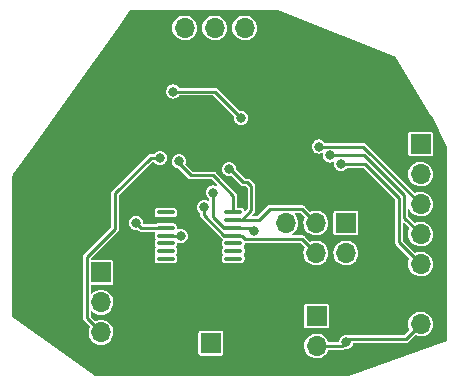
<source format=gbr>
%TF.GenerationSoftware,KiCad,Pcbnew,(6.0.7-1)-1*%
%TF.CreationDate,2022-12-23T14:46:04-05:00*%
%TF.ProjectId,atmega328,61746d65-6761-4333-9238-2e6b69636164,rev?*%
%TF.SameCoordinates,Original*%
%TF.FileFunction,Copper,L2,Bot*%
%TF.FilePolarity,Positive*%
%FSLAX46Y46*%
G04 Gerber Fmt 4.6, Leading zero omitted, Abs format (unit mm)*
G04 Created by KiCad (PCBNEW (6.0.7-1)-1) date 2022-12-23 14:46:04*
%MOMM*%
%LPD*%
G01*
G04 APERTURE LIST*
G04 Aperture macros list*
%AMRoundRect*
0 Rectangle with rounded corners*
0 $1 Rounding radius*
0 $2 $3 $4 $5 $6 $7 $8 $9 X,Y pos of 4 corners*
0 Add a 4 corners polygon primitive as box body*
4,1,4,$2,$3,$4,$5,$6,$7,$8,$9,$2,$3,0*
0 Add four circle primitives for the rounded corners*
1,1,$1+$1,$2,$3*
1,1,$1+$1,$4,$5*
1,1,$1+$1,$6,$7*
1,1,$1+$1,$8,$9*
0 Add four rect primitives between the rounded corners*
20,1,$1+$1,$2,$3,$4,$5,0*
20,1,$1+$1,$4,$5,$6,$7,0*
20,1,$1+$1,$6,$7,$8,$9,0*
20,1,$1+$1,$8,$9,$2,$3,0*%
G04 Aperture macros list end*
%TA.AperFunction,ComponentPad*%
%ADD10R,1.700000X1.700000*%
%TD*%
%TA.AperFunction,ComponentPad*%
%ADD11O,1.700000X1.700000*%
%TD*%
%TA.AperFunction,SMDPad,CuDef*%
%ADD12RoundRect,0.100000X0.637500X0.100000X-0.637500X0.100000X-0.637500X-0.100000X0.637500X-0.100000X0*%
%TD*%
%TA.AperFunction,ViaPad*%
%ADD13C,0.800000*%
%TD*%
%TA.AperFunction,Conductor*%
%ADD14C,0.250000*%
%TD*%
G04 APERTURE END LIST*
D10*
%TO.P,ISP1,1,Pin_1*%
%TO.N,MISO*%
X157230000Y-103520000D03*
D11*
%TO.P,ISP1,2,Pin_2*%
%TO.N,3.3V*%
X157230000Y-106060000D03*
%TO.P,ISP1,3,Pin_3*%
%TO.N,SCK*%
X154690000Y-103520000D03*
%TO.P,ISP1,4,Pin_4*%
%TO.N,MOSI*%
X154690000Y-106060000D03*
%TO.P,ISP1,5,Pin_5*%
%TO.N,RESET*%
X152150000Y-103520000D03*
%TO.P,ISP1,6,Pin_6*%
%TO.N,GND*%
X152150000Y-106060000D03*
%TD*%
D10*
%TO.P,J3,1,Pin_1*%
%TO.N,TRM1*%
X154750000Y-111390000D03*
D11*
%TO.P,J3,2,Pin_2*%
%TO.N,TRM2*%
X154750000Y-113930000D03*
%TD*%
D10*
%TO.P,J5,1,Pin_1*%
%TO.N,+5V*%
X145800000Y-113700000D03*
D11*
%TO.P,J5,2,Pin_2*%
%TO.N,GND*%
X148340000Y-113700000D03*
%TD*%
D10*
%TO.P,J2,1,Pin_1*%
%TO.N,GND*%
X141040000Y-87005000D03*
D11*
%TO.P,J2,2,Pin_2*%
%TO.N,TX*%
X143580000Y-87005000D03*
%TO.P,J2,3,Pin_3*%
%TO.N,RX*%
X146120000Y-87005000D03*
%TO.P,J2,4,Pin_4*%
%TO.N,+5V*%
X148660000Y-87005000D03*
%TD*%
D10*
%TO.P,J4,1,Pin_1*%
%TO.N,Net-(U1-Pad9)*%
X136500000Y-107700000D03*
D11*
%TO.P,J4,2,Pin_2*%
%TO.N,Net-(U1-Pad10)*%
X136500000Y-110240000D03*
%TO.P,J4,3,Pin_3*%
%TO.N,Net-(U1-Pad11)*%
X136500000Y-112780000D03*
%TD*%
D10*
%TO.P,J1,1,Pin_1*%
%TO.N,Vcc*%
X163555000Y-96835000D03*
D11*
%TO.P,J1,2,Pin_2*%
%TO.N,TRM1*%
X163555000Y-99375000D03*
%TO.P,J1,3,Pin_3*%
%TO.N,U*%
X163555000Y-101915000D03*
%TO.P,J1,4,Pin_4*%
%TO.N,V*%
X163555000Y-104455000D03*
%TO.P,J1,5,Pin_5*%
%TO.N,W*%
X163555000Y-106995000D03*
%TO.P,J1,6,Pin_6*%
%TO.N,GND*%
X163555000Y-109535000D03*
%TO.P,J1,7,Pin_7*%
%TO.N,TRM2*%
X163555000Y-112075000D03*
%TD*%
D12*
%TO.P,U2,1,~{CSn}*%
%TO.N,CS*%
X147712500Y-102630000D03*
%TO.P,U2,2,CLK*%
%TO.N,SCK*%
X147712500Y-103280000D03*
%TO.P,U2,3,MISO*%
%TO.N,MISO*%
X147712500Y-103930000D03*
%TO.P,U2,4,MOSI*%
%TO.N,MOSI*%
X147712500Y-104580000D03*
%TO.P,U2,5,TEST*%
%TO.N,unconnected-(U2-Pad5)*%
X147712500Y-105230000D03*
%TO.P,U2,6,TEST*%
%TO.N,unconnected-(U2-Pad6)*%
X147712500Y-105880000D03*
%TO.P,U2,7,TEST*%
%TO.N,unconnected-(U2-Pad7)*%
X147712500Y-106530000D03*
%TO.P,U2,8,TEST*%
%TO.N,unconnected-(U2-Pad8)*%
X141987500Y-106530000D03*
%TO.P,U2,9,TEST*%
%TO.N,unconnected-(U2-Pad9)*%
X141987500Y-105880000D03*
%TO.P,U2,10,TEST*%
%TO.N,unconnected-(U2-Pad10)*%
X141987500Y-105230000D03*
%TO.P,U2,11,VDD5V*%
%TO.N,+5V*%
X141987500Y-104580000D03*
%TO.P,U2,12,VDD3V*%
%TO.N,+3.3v*%
X141987500Y-103930000D03*
%TO.P,U2,13,GND*%
%TO.N,GND*%
X141987500Y-103280000D03*
%TO.P,U2,14,PWM*%
%TO.N,unconnected-(U2-Pad14)*%
X141987500Y-102630000D03*
%TD*%
D13*
%TO.N,GND*%
X132300000Y-101100000D03*
X161610000Y-92830000D03*
X139800000Y-94100000D03*
X145540000Y-94930000D03*
X134900000Y-96500000D03*
X139800000Y-95700000D03*
X140400000Y-101600000D03*
X133800000Y-106700000D03*
X132400000Y-97300000D03*
X134800000Y-94900000D03*
X148600000Y-99100000D03*
X159830000Y-96120000D03*
X140200000Y-106600000D03*
X160000000Y-112100000D03*
%TO.N,+3.3v*%
X139460000Y-103510000D03*
%TO.N,MISO*%
X145980000Y-100940000D03*
X149480000Y-104160500D03*
%TO.N,SCK*%
X147350000Y-98970000D03*
%TO.N,MOSI*%
X145240000Y-102170000D03*
%TO.N,RESET*%
X142610000Y-92390000D03*
X148370000Y-94630000D03*
%TO.N,U*%
X154940000Y-97050000D03*
%TO.N,V*%
X155860000Y-97794500D03*
%TO.N,W*%
X156800000Y-98519000D03*
%TO.N,TRM2*%
X157260000Y-113600000D03*
%TO.N,CS*%
X143090000Y-98300000D03*
%TO.N,+5V*%
X143240000Y-104610000D03*
%TO.N,Net-(U1-Pad11)*%
X141500000Y-98000000D03*
%TD*%
D14*
%TO.N,+3.3v*%
X141987500Y-103930000D02*
X139880000Y-103930000D01*
X139880000Y-103930000D02*
X139460000Y-103510000D01*
%TO.N,MISO*%
X147712500Y-103930000D02*
X146920000Y-103930000D01*
X149480000Y-104160500D02*
X149249500Y-103930000D01*
X145980000Y-102990000D02*
X145980000Y-100940000D01*
X146920000Y-103930000D02*
X145980000Y-102990000D01*
X149249500Y-103930000D02*
X147712500Y-103930000D01*
%TO.N,SCK*%
X149230000Y-101700000D02*
X149230000Y-100410000D01*
X149230000Y-100410000D02*
X148900000Y-100080000D01*
X147444695Y-98970000D02*
X147350000Y-98970000D01*
X154690000Y-103520000D02*
X153514278Y-102344278D01*
X147712500Y-103280000D02*
X148401041Y-103280000D01*
X150794278Y-102344278D02*
X149858556Y-103280000D01*
X153514278Y-102344278D02*
X150794278Y-102344278D01*
X148401041Y-103280000D02*
X149230000Y-102451041D01*
X149230000Y-102451041D02*
X149230000Y-101700000D01*
X148900000Y-100080000D02*
X148554695Y-100080000D01*
X149858556Y-103280000D02*
X147712500Y-103280000D01*
X148554695Y-100080000D02*
X147444695Y-98970000D01*
%TO.N,MOSI*%
X145240000Y-102886396D02*
X145240000Y-102170000D01*
X146933604Y-104580000D02*
X145240000Y-102886396D01*
X148401041Y-104580000D02*
X147712500Y-104580000D01*
X153515000Y-104885000D02*
X148706041Y-104885000D01*
X148706041Y-104885000D02*
X148401041Y-104580000D01*
X154690000Y-106060000D02*
X153515000Y-104885000D01*
X147712500Y-104580000D02*
X146933604Y-104580000D01*
%TO.N,RESET*%
X146130000Y-92390000D02*
X142610000Y-92390000D01*
X148370000Y-94630000D02*
X146130000Y-92390000D01*
%TO.N,U*%
X154960000Y-97070000D02*
X154940000Y-97050000D01*
X163555000Y-101915000D02*
X158710000Y-97070000D01*
X158710000Y-97070000D02*
X154960000Y-97070000D01*
%TO.N,V*%
X162166802Y-103066802D02*
X162166802Y-101163198D01*
X163555000Y-104455000D02*
X162166802Y-103066802D01*
X162166802Y-101163198D02*
X158798104Y-97794500D01*
X158798104Y-97794500D02*
X155860000Y-97794500D01*
%TO.N,W*%
X158865802Y-98519000D02*
X156800000Y-98519000D01*
X163555000Y-106995000D02*
X161716802Y-105156802D01*
X161716802Y-101370000D02*
X158865802Y-98519000D01*
X161716802Y-105156802D02*
X161716802Y-101370000D01*
%TO.N,TRM2*%
X156930000Y-113930000D02*
X154750000Y-113930000D01*
X157260000Y-113600000D02*
X156930000Y-113930000D01*
X157520000Y-113340000D02*
X157260000Y-113600000D01*
X162290000Y-113340000D02*
X157520000Y-113340000D01*
X163555000Y-112075000D02*
X162290000Y-113340000D01*
%TO.N,CS*%
X145980000Y-99490000D02*
X144110000Y-99490000D01*
X147712500Y-102630000D02*
X147712500Y-101222500D01*
X143090000Y-98470000D02*
X143090000Y-98300000D01*
X144110000Y-99490000D02*
X143090000Y-98470000D01*
X147712500Y-101222500D02*
X146210000Y-99720000D01*
X146210000Y-99720000D02*
X145980000Y-99490000D01*
%TO.N,+5V*%
X143210000Y-104580000D02*
X143240000Y-104610000D01*
X141987500Y-104580000D02*
X143210000Y-104580000D01*
%TO.N,Net-(U1-Pad11)*%
X137700000Y-101000000D02*
X140700000Y-98000000D01*
X137700000Y-104000000D02*
X137700000Y-101000000D01*
X135325000Y-111605000D02*
X135325000Y-106375000D01*
X135325000Y-106375000D02*
X137700000Y-104000000D01*
X136500000Y-112780000D02*
X135325000Y-111605000D01*
X140700000Y-98000000D02*
X141500000Y-98000000D01*
%TD*%
%TA.AperFunction,Conductor*%
%TO.N,GND*%
G36*
X151511175Y-85504470D02*
G01*
X161480452Y-89492181D01*
X161510833Y-89518055D01*
X164481672Y-94469452D01*
X164499017Y-94498361D01*
X164500870Y-94501673D01*
X165742515Y-96889452D01*
X165792951Y-96986444D01*
X165800000Y-97015279D01*
X165800000Y-113456133D01*
X165781694Y-113500327D01*
X165758745Y-113514911D01*
X157510298Y-116496278D01*
X157489053Y-116500000D01*
X136020028Y-116500000D01*
X135983701Y-116488358D01*
X133878985Y-114984989D01*
X133297648Y-114569748D01*
X144749500Y-114569748D01*
X144761133Y-114628231D01*
X144805448Y-114694552D01*
X144810562Y-114697969D01*
X144866653Y-114735449D01*
X144866655Y-114735450D01*
X144871769Y-114738867D01*
X144877803Y-114740067D01*
X144877805Y-114740068D01*
X144927239Y-114749901D01*
X144927242Y-114749901D01*
X144930252Y-114750500D01*
X146669748Y-114750500D01*
X146672758Y-114749901D01*
X146672761Y-114749901D01*
X146722195Y-114740068D01*
X146722197Y-114740067D01*
X146728231Y-114738867D01*
X146733345Y-114735450D01*
X146733347Y-114735449D01*
X146789438Y-114697969D01*
X146794552Y-114694552D01*
X146838867Y-114628231D01*
X146850500Y-114569748D01*
X146850500Y-113915262D01*
X153694520Y-113915262D01*
X153694776Y-113918309D01*
X153704011Y-114028282D01*
X153711759Y-114120553D01*
X153730405Y-114185579D01*
X153743015Y-114229554D01*
X153768544Y-114318586D01*
X153862712Y-114501818D01*
X153864603Y-114504204D01*
X153864605Y-114504207D01*
X153947109Y-114608300D01*
X153990677Y-114663270D01*
X153993007Y-114665253D01*
X154080915Y-114740068D01*
X154147564Y-114796791D01*
X154327398Y-114897297D01*
X154330302Y-114898241D01*
X154330303Y-114898241D01*
X154520416Y-114960013D01*
X154520421Y-114960014D01*
X154523329Y-114960959D01*
X154526370Y-114961322D01*
X154526372Y-114961322D01*
X154588442Y-114968723D01*
X154727894Y-114985351D01*
X154730936Y-114985117D01*
X154730939Y-114985117D01*
X154930249Y-114969781D01*
X154930251Y-114969781D01*
X154933300Y-114969546D01*
X155131725Y-114914145D01*
X155134448Y-114912770D01*
X155134452Y-114912768D01*
X155312890Y-114822632D01*
X155315610Y-114821258D01*
X155318008Y-114819385D01*
X155318012Y-114819382D01*
X155425441Y-114735449D01*
X155477951Y-114694424D01*
X155506910Y-114660875D01*
X155540297Y-114622195D01*
X155612564Y-114538472D01*
X155714323Y-114359344D01*
X155734639Y-114298272D01*
X155765959Y-114262115D01*
X155793944Y-114255500D01*
X156913059Y-114255500D01*
X156918506Y-114255738D01*
X156958807Y-114259264D01*
X156964087Y-114257849D01*
X156964089Y-114257849D01*
X156997883Y-114248793D01*
X157003204Y-114247613D01*
X157043045Y-114240588D01*
X157047779Y-114237855D01*
X157047784Y-114237853D01*
X157048513Y-114237432D01*
X157063586Y-114231188D01*
X157064405Y-114230969D01*
X157064407Y-114230968D01*
X157069684Y-114229554D01*
X157102822Y-114206350D01*
X157107422Y-114203420D01*
X157114191Y-114199512D01*
X157153598Y-114191674D01*
X157260000Y-114205682D01*
X157264064Y-114205147D01*
X157412699Y-114185579D01*
X157412700Y-114185579D01*
X157416762Y-114185044D01*
X157420547Y-114183476D01*
X157420548Y-114183476D01*
X157559058Y-114126103D01*
X157562841Y-114124536D01*
X157688282Y-114028282D01*
X157784536Y-113902841D01*
X157812588Y-113835117D01*
X157843476Y-113760548D01*
X157843476Y-113760547D01*
X157845044Y-113756762D01*
X157849905Y-113719841D01*
X157873823Y-113678415D01*
X157911870Y-113665500D01*
X162273059Y-113665500D01*
X162278506Y-113665738D01*
X162318807Y-113669264D01*
X162324087Y-113667849D01*
X162324089Y-113667849D01*
X162357883Y-113658793D01*
X162363204Y-113657613D01*
X162403045Y-113650588D01*
X162407779Y-113647855D01*
X162407784Y-113647853D01*
X162408513Y-113647432D01*
X162423586Y-113641188D01*
X162424405Y-113640969D01*
X162424407Y-113640968D01*
X162429684Y-113639554D01*
X162462822Y-113616350D01*
X162467414Y-113613425D01*
X162502455Y-113593194D01*
X162528464Y-113562199D01*
X162532146Y-113558181D01*
X163044853Y-113045474D01*
X163089047Y-113027168D01*
X163119539Y-113035110D01*
X163132398Y-113042297D01*
X163135302Y-113043241D01*
X163135303Y-113043241D01*
X163325416Y-113105013D01*
X163325421Y-113105014D01*
X163328329Y-113105959D01*
X163331370Y-113106322D01*
X163331372Y-113106322D01*
X163393442Y-113113723D01*
X163532894Y-113130351D01*
X163535936Y-113130117D01*
X163535939Y-113130117D01*
X163735249Y-113114781D01*
X163735251Y-113114781D01*
X163738300Y-113114546D01*
X163936725Y-113059145D01*
X163939448Y-113057770D01*
X163939452Y-113057768D01*
X164117890Y-112967632D01*
X164120610Y-112966258D01*
X164123008Y-112964385D01*
X164123012Y-112964382D01*
X164244848Y-112869193D01*
X164282951Y-112839424D01*
X164288218Y-112833323D01*
X164349591Y-112762220D01*
X164417564Y-112683472D01*
X164519323Y-112504344D01*
X164584351Y-112308863D01*
X164589225Y-112270287D01*
X164609951Y-112106216D01*
X164609951Y-112106215D01*
X164610171Y-112104474D01*
X164610583Y-112075000D01*
X164610414Y-112073280D01*
X164610414Y-112073271D01*
X164590778Y-111873010D01*
X164590480Y-111869970D01*
X164530935Y-111672749D01*
X164434218Y-111490849D01*
X164426442Y-111481314D01*
X164305943Y-111333569D01*
X164304011Y-111331200D01*
X164145275Y-111199882D01*
X163964055Y-111101897D01*
X163909143Y-111084899D01*
X163770169Y-111041879D01*
X163770166Y-111041878D01*
X163767254Y-111040977D01*
X163764221Y-111040658D01*
X163764220Y-111040658D01*
X163711660Y-111035134D01*
X163562369Y-111019443D01*
X163559336Y-111019719D01*
X163559332Y-111019719D01*
X163446436Y-111029993D01*
X163357203Y-111038114D01*
X163354270Y-111038977D01*
X163354266Y-111038978D01*
X163204005Y-111083203D01*
X163159572Y-111096280D01*
X162977002Y-111191726D01*
X162816447Y-111320815D01*
X162684024Y-111478630D01*
X162584776Y-111659162D01*
X162522484Y-111855532D01*
X162522143Y-111858570D01*
X162522143Y-111858571D01*
X162502438Y-112034251D01*
X162499520Y-112060262D01*
X162500758Y-112075000D01*
X162516272Y-112259748D01*
X162516759Y-112265553D01*
X162573544Y-112463586D01*
X162574939Y-112466300D01*
X162574942Y-112466308D01*
X162597705Y-112510599D01*
X162601625Y-112558273D01*
X162586311Y-112583362D01*
X162173480Y-112996194D01*
X162129286Y-113014500D01*
X157536942Y-113014500D01*
X157531495Y-113014262D01*
X157526934Y-113013863D01*
X157491194Y-113010736D01*
X157460304Y-113019013D01*
X157424745Y-113016681D01*
X157424503Y-113017584D01*
X157420548Y-113016524D01*
X157416762Y-113014956D01*
X157412700Y-113014421D01*
X157412699Y-113014421D01*
X157264064Y-112994853D01*
X157260000Y-112994318D01*
X157255936Y-112994853D01*
X157107301Y-113014421D01*
X157107300Y-113014421D01*
X157103238Y-113014956D01*
X157099453Y-113016524D01*
X157099452Y-113016524D01*
X156999881Y-113057768D01*
X156957159Y-113075464D01*
X156831718Y-113171718D01*
X156735464Y-113297159D01*
X156733897Y-113300942D01*
X156713946Y-113349109D01*
X156674956Y-113443238D01*
X156663445Y-113530677D01*
X156660880Y-113550158D01*
X156636963Y-113591584D01*
X156598915Y-113604500D01*
X155795524Y-113604500D01*
X155751330Y-113586194D01*
X155735692Y-113560065D01*
X155726819Y-113530677D01*
X155725935Y-113527749D01*
X155651881Y-113388472D01*
X155630653Y-113348547D01*
X155630651Y-113348544D01*
X155629218Y-113345849D01*
X155499011Y-113186200D01*
X155340275Y-113054882D01*
X155159055Y-112956897D01*
X155068414Y-112928839D01*
X154965169Y-112896879D01*
X154965166Y-112896878D01*
X154962254Y-112895977D01*
X154959221Y-112895658D01*
X154959220Y-112895658D01*
X154906660Y-112890134D01*
X154757369Y-112874443D01*
X154754336Y-112874719D01*
X154754332Y-112874719D01*
X154641436Y-112884993D01*
X154552203Y-112893114D01*
X154549270Y-112893977D01*
X154549266Y-112893978D01*
X154430820Y-112928839D01*
X154354572Y-112951280D01*
X154172002Y-113046726D01*
X154011447Y-113175815D01*
X153879024Y-113333630D01*
X153779776Y-113514162D01*
X153717484Y-113710532D01*
X153717143Y-113713570D01*
X153717143Y-113713571D01*
X153696338Y-113899058D01*
X153694520Y-113915262D01*
X146850500Y-113915262D01*
X146850500Y-112830252D01*
X146846367Y-112809474D01*
X146840068Y-112777805D01*
X146840067Y-112777803D01*
X146838867Y-112771769D01*
X146834520Y-112765262D01*
X146797969Y-112710562D01*
X146794552Y-112705448D01*
X146761663Y-112683472D01*
X146733347Y-112664551D01*
X146733345Y-112664550D01*
X146728231Y-112661133D01*
X146722197Y-112659933D01*
X146722195Y-112659932D01*
X146672761Y-112650099D01*
X146672758Y-112650099D01*
X146669748Y-112649500D01*
X144930252Y-112649500D01*
X144927242Y-112650099D01*
X144927239Y-112650099D01*
X144877805Y-112659932D01*
X144877803Y-112659933D01*
X144871769Y-112661133D01*
X144866655Y-112664550D01*
X144866653Y-112664551D01*
X144838337Y-112683472D01*
X144805448Y-112705448D01*
X144802031Y-112710562D01*
X144765481Y-112765262D01*
X144761133Y-112771769D01*
X144759933Y-112777803D01*
X144759932Y-112777805D01*
X144753633Y-112809474D01*
X144749500Y-112830252D01*
X144749500Y-114569748D01*
X133297648Y-114569748D01*
X129187330Y-111633807D01*
X134995736Y-111633807D01*
X134997151Y-111639087D01*
X134997151Y-111639089D01*
X135006207Y-111672883D01*
X135007387Y-111678204D01*
X135014412Y-111718045D01*
X135017145Y-111722779D01*
X135017147Y-111722784D01*
X135017568Y-111723513D01*
X135023812Y-111738586D01*
X135025446Y-111744684D01*
X135028580Y-111749159D01*
X135028580Y-111749160D01*
X135048650Y-111777822D01*
X135051575Y-111782414D01*
X135071806Y-111817455D01*
X135075995Y-111820970D01*
X135102802Y-111843464D01*
X135106822Y-111847148D01*
X135529961Y-112270287D01*
X135548267Y-112314481D01*
X135540537Y-112344588D01*
X135529776Y-112364162D01*
X135467484Y-112560532D01*
X135467143Y-112563570D01*
X135467143Y-112563571D01*
X135450656Y-112710562D01*
X135444520Y-112765262D01*
X135445758Y-112780000D01*
X135461241Y-112964382D01*
X135461759Y-112970553D01*
X135518544Y-113168586D01*
X135612712Y-113351818D01*
X135614603Y-113354204D01*
X135614605Y-113354207D01*
X135643598Y-113390787D01*
X135740677Y-113513270D01*
X135743007Y-113515253D01*
X135889061Y-113639554D01*
X135897564Y-113646791D01*
X136077398Y-113747297D01*
X136080302Y-113748241D01*
X136080303Y-113748241D01*
X136270416Y-113810013D01*
X136270421Y-113810014D01*
X136273329Y-113810959D01*
X136276370Y-113811322D01*
X136276372Y-113811322D01*
X136338442Y-113818723D01*
X136477894Y-113835351D01*
X136480936Y-113835117D01*
X136480939Y-113835117D01*
X136680249Y-113819781D01*
X136680251Y-113819781D01*
X136683300Y-113819546D01*
X136881725Y-113764145D01*
X136884448Y-113762770D01*
X136884452Y-113762768D01*
X137062890Y-113672632D01*
X137065610Y-113671258D01*
X137068008Y-113669385D01*
X137068012Y-113669382D01*
X137165528Y-113593194D01*
X137227951Y-113544424D01*
X137242345Y-113527749D01*
X137311785Y-113447300D01*
X137362564Y-113388472D01*
X137464323Y-113209344D01*
X137529351Y-113013863D01*
X137531753Y-112994853D01*
X137554951Y-112811216D01*
X137554951Y-112811215D01*
X137555171Y-112809474D01*
X137555583Y-112780000D01*
X137555414Y-112778280D01*
X137555414Y-112778271D01*
X137535778Y-112578010D01*
X137535480Y-112574970D01*
X137475935Y-112377749D01*
X137416280Y-112265553D01*
X137413193Y-112259748D01*
X153699500Y-112259748D01*
X153700099Y-112262758D01*
X153700099Y-112262761D01*
X153709270Y-112308863D01*
X153711133Y-112318231D01*
X153755448Y-112384552D01*
X153760562Y-112387969D01*
X153816653Y-112425449D01*
X153816655Y-112425450D01*
X153821769Y-112428867D01*
X153827803Y-112430067D01*
X153827805Y-112430068D01*
X153877239Y-112439901D01*
X153877242Y-112439901D01*
X153880252Y-112440500D01*
X155619748Y-112440500D01*
X155622758Y-112439901D01*
X155622761Y-112439901D01*
X155672195Y-112430068D01*
X155672197Y-112430067D01*
X155678231Y-112428867D01*
X155683345Y-112425450D01*
X155683347Y-112425449D01*
X155739438Y-112387969D01*
X155744552Y-112384552D01*
X155788867Y-112318231D01*
X155790731Y-112308863D01*
X155799901Y-112262761D01*
X155799901Y-112262758D01*
X155800500Y-112259748D01*
X155800500Y-110520252D01*
X155799901Y-110517239D01*
X155790068Y-110467805D01*
X155790067Y-110467803D01*
X155788867Y-110461769D01*
X155744552Y-110395448D01*
X155727680Y-110384174D01*
X155683347Y-110354551D01*
X155683345Y-110354550D01*
X155678231Y-110351133D01*
X155672197Y-110349933D01*
X155672195Y-110349932D01*
X155622761Y-110340099D01*
X155622758Y-110340099D01*
X155619748Y-110339500D01*
X153880252Y-110339500D01*
X153877242Y-110340099D01*
X153877239Y-110340099D01*
X153827805Y-110349932D01*
X153827803Y-110349933D01*
X153821769Y-110351133D01*
X153816655Y-110354550D01*
X153816653Y-110354551D01*
X153772320Y-110384174D01*
X153755448Y-110395448D01*
X153711133Y-110461769D01*
X153709933Y-110467803D01*
X153709932Y-110467805D01*
X153700099Y-110517239D01*
X153699500Y-110520252D01*
X153699500Y-112259748D01*
X137413193Y-112259748D01*
X137380653Y-112198547D01*
X137380651Y-112198544D01*
X137379218Y-112195849D01*
X137249011Y-112036200D01*
X137090275Y-111904882D01*
X136909055Y-111806897D01*
X136815129Y-111777822D01*
X136715169Y-111746879D01*
X136715166Y-111746878D01*
X136712254Y-111745977D01*
X136709221Y-111745658D01*
X136709220Y-111745658D01*
X136641932Y-111738586D01*
X136507369Y-111724443D01*
X136504336Y-111724719D01*
X136504332Y-111724719D01*
X136391436Y-111734993D01*
X136302203Y-111743114D01*
X136299270Y-111743977D01*
X136299266Y-111743978D01*
X136107506Y-111800416D01*
X136107502Y-111800418D01*
X136104572Y-111801280D01*
X136064507Y-111822226D01*
X136016862Y-111826478D01*
X135991358Y-111811032D01*
X135668806Y-111488480D01*
X135650500Y-111444286D01*
X135650500Y-111031785D01*
X135668806Y-110987591D01*
X135713000Y-110969285D01*
X135753507Y-110984189D01*
X135827222Y-111046925D01*
X135893526Y-111103354D01*
X135897564Y-111106791D01*
X136077398Y-111207297D01*
X136080302Y-111208241D01*
X136080303Y-111208241D01*
X136270416Y-111270013D01*
X136270421Y-111270014D01*
X136273329Y-111270959D01*
X136276370Y-111271322D01*
X136276372Y-111271322D01*
X136338442Y-111278723D01*
X136477894Y-111295351D01*
X136480936Y-111295117D01*
X136480939Y-111295117D01*
X136680249Y-111279781D01*
X136680251Y-111279781D01*
X136683300Y-111279546D01*
X136881725Y-111224145D01*
X136884448Y-111222770D01*
X136884452Y-111222768D01*
X137062890Y-111132632D01*
X137065610Y-111131258D01*
X137068008Y-111129385D01*
X137068012Y-111129382D01*
X137173552Y-111046925D01*
X137227951Y-111004424D01*
X137243652Y-110986235D01*
X137353049Y-110859495D01*
X137362564Y-110848472D01*
X137464323Y-110669344D01*
X137529351Y-110473863D01*
X137530117Y-110467805D01*
X137554951Y-110271216D01*
X137554951Y-110271215D01*
X137555171Y-110269474D01*
X137555583Y-110240000D01*
X137555414Y-110238280D01*
X137555414Y-110238271D01*
X137535778Y-110038010D01*
X137535480Y-110034970D01*
X137475935Y-109837749D01*
X137379218Y-109655849D01*
X137249011Y-109496200D01*
X137090275Y-109364882D01*
X136909055Y-109266897D01*
X136854143Y-109249899D01*
X136715169Y-109206879D01*
X136715166Y-109206878D01*
X136712254Y-109205977D01*
X136709221Y-109205658D01*
X136709220Y-109205658D01*
X136656660Y-109200134D01*
X136507369Y-109184443D01*
X136504336Y-109184719D01*
X136504332Y-109184719D01*
X136391436Y-109194993D01*
X136302203Y-109203114D01*
X136299270Y-109203977D01*
X136299266Y-109203978D01*
X136149005Y-109248203D01*
X136104572Y-109261280D01*
X135922002Y-109356726D01*
X135761447Y-109485815D01*
X135759480Y-109488159D01*
X135757300Y-109490294D01*
X135756044Y-109489011D01*
X135718442Y-109508582D01*
X135672822Y-109494194D01*
X135650737Y-109451761D01*
X135650500Y-109446319D01*
X135650500Y-108813000D01*
X135668806Y-108768806D01*
X135713000Y-108750500D01*
X137369748Y-108750500D01*
X137372758Y-108749901D01*
X137372761Y-108749901D01*
X137422195Y-108740068D01*
X137422197Y-108740067D01*
X137428231Y-108738867D01*
X137433345Y-108735450D01*
X137433347Y-108735449D01*
X137489438Y-108697969D01*
X137494552Y-108694552D01*
X137538867Y-108628231D01*
X137550500Y-108569748D01*
X137550500Y-106830252D01*
X137548881Y-106822111D01*
X137540068Y-106777805D01*
X137540067Y-106777803D01*
X137538867Y-106771769D01*
X137494552Y-106705448D01*
X137451198Y-106676479D01*
X137433347Y-106664551D01*
X137433345Y-106664550D01*
X137428231Y-106661133D01*
X137422197Y-106659933D01*
X137422195Y-106659932D01*
X137372761Y-106650099D01*
X137372758Y-106650099D01*
X137369748Y-106649500D01*
X135713000Y-106649500D01*
X135668806Y-106631194D01*
X135650500Y-106587000D01*
X135650500Y-106535714D01*
X135668806Y-106491520D01*
X136785681Y-105374646D01*
X137918186Y-104242141D01*
X137922206Y-104238457D01*
X137949004Y-104215971D01*
X137949005Y-104215970D01*
X137953194Y-104212455D01*
X137973422Y-104177419D01*
X137976344Y-104172832D01*
X137999554Y-104139684D01*
X138000967Y-104134409D01*
X138000970Y-104134404D01*
X138001190Y-104133581D01*
X138007430Y-104118516D01*
X138007853Y-104117783D01*
X138007853Y-104117782D01*
X138010588Y-104113045D01*
X138012396Y-104102795D01*
X138017612Y-104073212D01*
X138018791Y-104067891D01*
X138027849Y-104034085D01*
X138027849Y-104034084D01*
X138029263Y-104028807D01*
X138028552Y-104020674D01*
X138025738Y-103988514D01*
X138025500Y-103983067D01*
X138025500Y-103510000D01*
X138854318Y-103510000D01*
X138854853Y-103514064D01*
X138865915Y-103598085D01*
X138874956Y-103666762D01*
X138876524Y-103670547D01*
X138876524Y-103670548D01*
X138893095Y-103710553D01*
X138935464Y-103812841D01*
X139031718Y-103938282D01*
X139157159Y-104034536D01*
X139160942Y-104036103D01*
X139299452Y-104093476D01*
X139299453Y-104093476D01*
X139303238Y-104095044D01*
X139307300Y-104095579D01*
X139307301Y-104095579D01*
X139455936Y-104115147D01*
X139460000Y-104115682D01*
X139557888Y-104102795D01*
X139604094Y-104115175D01*
X139610240Y-104120566D01*
X139637854Y-104148180D01*
X139641538Y-104152200D01*
X139667545Y-104183194D01*
X139702586Y-104203425D01*
X139707178Y-104206350D01*
X139740316Y-104229554D01*
X139745593Y-104230968D01*
X139745595Y-104230969D01*
X139746414Y-104231188D01*
X139761487Y-104237432D01*
X139762216Y-104237853D01*
X139762221Y-104237855D01*
X139766955Y-104240588D01*
X139806796Y-104247613D01*
X139812117Y-104248793D01*
X139845911Y-104257849D01*
X139845913Y-104257849D01*
X139851193Y-104259264D01*
X139891497Y-104255738D01*
X139896945Y-104255500D01*
X141024687Y-104255500D01*
X141068881Y-104273806D01*
X141087187Y-104318000D01*
X141081850Y-104343272D01*
X141062661Y-104386677D01*
X141052494Y-104409673D01*
X141049500Y-104435354D01*
X141049500Y-104724646D01*
X141052618Y-104750846D01*
X141054520Y-104755128D01*
X141093812Y-104843586D01*
X141098061Y-104853153D01*
X141105745Y-104860824D01*
X141124088Y-104905002D01*
X141105820Y-104949211D01*
X141101837Y-104953201D01*
X141101835Y-104953204D01*
X141097759Y-104957287D01*
X141095427Y-104962561D01*
X141095426Y-104962563D01*
X141060850Y-105040772D01*
X141052494Y-105059673D01*
X141051950Y-105064339D01*
X141049810Y-105082697D01*
X141049500Y-105085354D01*
X141049500Y-105374646D01*
X141052618Y-105400846D01*
X141054520Y-105405128D01*
X141090424Y-105485959D01*
X141098061Y-105503153D01*
X141105745Y-105510824D01*
X141124088Y-105555002D01*
X141105820Y-105599211D01*
X141101837Y-105603201D01*
X141101835Y-105603204D01*
X141097759Y-105607287D01*
X141095427Y-105612561D01*
X141095426Y-105612563D01*
X141054393Y-105705377D01*
X141052494Y-105709673D01*
X141051950Y-105714339D01*
X141049714Y-105733521D01*
X141049500Y-105735354D01*
X141049500Y-106024646D01*
X141052618Y-106050846D01*
X141054520Y-106055128D01*
X141089903Y-106134786D01*
X141098061Y-106153153D01*
X141105745Y-106160824D01*
X141124088Y-106205002D01*
X141105820Y-106249211D01*
X141101837Y-106253201D01*
X141101835Y-106253204D01*
X141097759Y-106257287D01*
X141095427Y-106262561D01*
X141095426Y-106262563D01*
X141054393Y-106355377D01*
X141052494Y-106359673D01*
X141051950Y-106364339D01*
X141049714Y-106383521D01*
X141049500Y-106385354D01*
X141049500Y-106674646D01*
X141052618Y-106700846D01*
X141098061Y-106803153D01*
X141102144Y-106807229D01*
X141173204Y-106878166D01*
X141173207Y-106878168D01*
X141177287Y-106882241D01*
X141182561Y-106884573D01*
X141182563Y-106884574D01*
X141275377Y-106925607D01*
X141275379Y-106925607D01*
X141279673Y-106927506D01*
X141284339Y-106928050D01*
X141303558Y-106930291D01*
X141303565Y-106930291D01*
X141305354Y-106930500D01*
X142669646Y-106930500D01*
X142671477Y-106930282D01*
X142671479Y-106930282D01*
X142691192Y-106927936D01*
X142691193Y-106927936D01*
X142695846Y-106927382D01*
X142798153Y-106881939D01*
X142815492Y-106864570D01*
X142873166Y-106806796D01*
X142873168Y-106806793D01*
X142877241Y-106802713D01*
X142880540Y-106795253D01*
X142920607Y-106704623D01*
X142920607Y-106704621D01*
X142922506Y-106700327D01*
X142923050Y-106695661D01*
X142925291Y-106676442D01*
X142925291Y-106676435D01*
X142925500Y-106674646D01*
X142925500Y-106385354D01*
X142922382Y-106359154D01*
X142893381Y-106293863D01*
X142879281Y-106262119D01*
X142879280Y-106262118D01*
X142876939Y-106256847D01*
X142869255Y-106249176D01*
X142850912Y-106204998D01*
X142869180Y-106160789D01*
X142873163Y-106156799D01*
X142873165Y-106156796D01*
X142877241Y-106152713D01*
X142918895Y-106058496D01*
X142920607Y-106054623D01*
X142920607Y-106054621D01*
X142922506Y-106050327D01*
X142923050Y-106045661D01*
X142925291Y-106026442D01*
X142925291Y-106026435D01*
X142925500Y-106024646D01*
X142925500Y-105735354D01*
X142922382Y-105709154D01*
X142899549Y-105657749D01*
X142879281Y-105612119D01*
X142879280Y-105612118D01*
X142876939Y-105606847D01*
X142869255Y-105599176D01*
X142850912Y-105554998D01*
X142869180Y-105510789D01*
X142873163Y-105506799D01*
X142873165Y-105506796D01*
X142877241Y-105502713D01*
X142881216Y-105493723D01*
X142920607Y-105404623D01*
X142920607Y-105404621D01*
X142922506Y-105400327D01*
X142923096Y-105395266D01*
X142925291Y-105376442D01*
X142925291Y-105376435D01*
X142925500Y-105374646D01*
X142925500Y-105223244D01*
X142943806Y-105179050D01*
X142988000Y-105160744D01*
X143011917Y-105165502D01*
X143044625Y-105179050D01*
X143079452Y-105193476D01*
X143079453Y-105193476D01*
X143083238Y-105195044D01*
X143087300Y-105195579D01*
X143087301Y-105195579D01*
X143235936Y-105215147D01*
X143240000Y-105215682D01*
X143244064Y-105215147D01*
X143392699Y-105195579D01*
X143392700Y-105195579D01*
X143396762Y-105195044D01*
X143400547Y-105193476D01*
X143400548Y-105193476D01*
X143539058Y-105136103D01*
X143542841Y-105134536D01*
X143668282Y-105038282D01*
X143764536Y-104912841D01*
X143792098Y-104846300D01*
X143823476Y-104770548D01*
X143823476Y-104770547D01*
X143825044Y-104766762D01*
X143845682Y-104610000D01*
X143829156Y-104484474D01*
X143825579Y-104457301D01*
X143825579Y-104457300D01*
X143825044Y-104453238D01*
X143808932Y-104414339D01*
X143766103Y-104310942D01*
X143764536Y-104307159D01*
X143668282Y-104181718D01*
X143542841Y-104085464D01*
X143438101Y-104042079D01*
X143400548Y-104026524D01*
X143400547Y-104026524D01*
X143396762Y-104024956D01*
X143392700Y-104024421D01*
X143392699Y-104024421D01*
X143244064Y-104004853D01*
X143240000Y-104004318D01*
X143235936Y-104004853D01*
X143087301Y-104024421D01*
X143087300Y-104024421D01*
X143083238Y-104024956D01*
X143079453Y-104026524D01*
X143079452Y-104026524D01*
X143060110Y-104034536D01*
X143011917Y-104054498D01*
X142964082Y-104054499D01*
X142930258Y-104020674D01*
X142925500Y-103996756D01*
X142925500Y-103785354D01*
X142922382Y-103759154D01*
X142876939Y-103656847D01*
X142846491Y-103626452D01*
X142801796Y-103581834D01*
X142801793Y-103581832D01*
X142797713Y-103577759D01*
X142792439Y-103575427D01*
X142792437Y-103575426D01*
X142699623Y-103534393D01*
X142699621Y-103534393D01*
X142695327Y-103532494D01*
X142690661Y-103531950D01*
X142671442Y-103529709D01*
X142671435Y-103529709D01*
X142669646Y-103529500D01*
X141305354Y-103529500D01*
X141303523Y-103529718D01*
X141303521Y-103529718D01*
X141283808Y-103532064D01*
X141283807Y-103532064D01*
X141279154Y-103532618D01*
X141176847Y-103578061D01*
X141172772Y-103582144D01*
X141172768Y-103582146D01*
X141168765Y-103586156D01*
X141124533Y-103604500D01*
X140124508Y-103604500D01*
X140080314Y-103586194D01*
X140062008Y-103542000D01*
X140062543Y-103533842D01*
X140062721Y-103532494D01*
X140065682Y-103510000D01*
X140045044Y-103353238D01*
X140023213Y-103300532D01*
X139986103Y-103210942D01*
X139984536Y-103207159D01*
X139888282Y-103081718D01*
X139762841Y-102985464D01*
X139693932Y-102956921D01*
X139620548Y-102926524D01*
X139620547Y-102926524D01*
X139616762Y-102924956D01*
X139612700Y-102924421D01*
X139612699Y-102924421D01*
X139464064Y-102904853D01*
X139460000Y-102904318D01*
X139455936Y-102904853D01*
X139307301Y-102924421D01*
X139307300Y-102924421D01*
X139303238Y-102924956D01*
X139299453Y-102926524D01*
X139299452Y-102926524D01*
X139226068Y-102956921D01*
X139157159Y-102985464D01*
X139031718Y-103081718D01*
X138935464Y-103207159D01*
X138933897Y-103210942D01*
X138896788Y-103300532D01*
X138874956Y-103353238D01*
X138854318Y-103510000D01*
X138025500Y-103510000D01*
X138025500Y-102774646D01*
X141049500Y-102774646D01*
X141049718Y-102776477D01*
X141049718Y-102776479D01*
X141052001Y-102795661D01*
X141052618Y-102800846D01*
X141098061Y-102903153D01*
X141102144Y-102907229D01*
X141173204Y-102978166D01*
X141173207Y-102978168D01*
X141177287Y-102982241D01*
X141182561Y-102984573D01*
X141182563Y-102984574D01*
X141275377Y-103025607D01*
X141275379Y-103025607D01*
X141279673Y-103027506D01*
X141284339Y-103028050D01*
X141303558Y-103030291D01*
X141303565Y-103030291D01*
X141305354Y-103030500D01*
X142669646Y-103030500D01*
X142671477Y-103030282D01*
X142671479Y-103030282D01*
X142691192Y-103027936D01*
X142691193Y-103027936D01*
X142695846Y-103027382D01*
X142798153Y-102981939D01*
X142809721Y-102970351D01*
X142873166Y-102906796D01*
X142873168Y-102906793D01*
X142877241Y-102902713D01*
X142881978Y-102892000D01*
X142920607Y-102804623D01*
X142920607Y-102804621D01*
X142922506Y-102800327D01*
X142923050Y-102795661D01*
X142925291Y-102776442D01*
X142925291Y-102776435D01*
X142925500Y-102774646D01*
X142925500Y-102485354D01*
X142925234Y-102483114D01*
X142922936Y-102463808D01*
X142922936Y-102463807D01*
X142922382Y-102459154D01*
X142876939Y-102356847D01*
X142846802Y-102326762D01*
X142801796Y-102281834D01*
X142801793Y-102281832D01*
X142797713Y-102277759D01*
X142792439Y-102275427D01*
X142792437Y-102275426D01*
X142699623Y-102234393D01*
X142699621Y-102234393D01*
X142695327Y-102232494D01*
X142690661Y-102231950D01*
X142671442Y-102229709D01*
X142671435Y-102229709D01*
X142669646Y-102229500D01*
X141305354Y-102229500D01*
X141303523Y-102229718D01*
X141303521Y-102229718D01*
X141283808Y-102232064D01*
X141283807Y-102232064D01*
X141279154Y-102232618D01*
X141176847Y-102278061D01*
X141172771Y-102282144D01*
X141101834Y-102353204D01*
X141101832Y-102353207D01*
X141097759Y-102357287D01*
X141095427Y-102362561D01*
X141095426Y-102362563D01*
X141054547Y-102455029D01*
X141052494Y-102459673D01*
X141051950Y-102464339D01*
X141049714Y-102483521D01*
X141049500Y-102485354D01*
X141049500Y-102774646D01*
X138025500Y-102774646D01*
X138025500Y-101160714D01*
X138043806Y-101116520D01*
X140816520Y-98343806D01*
X140860714Y-98325500D01*
X140962029Y-98325500D01*
X141006223Y-98343806D01*
X141011611Y-98349948D01*
X141071718Y-98428282D01*
X141197159Y-98524536D01*
X141200942Y-98526103D01*
X141339452Y-98583476D01*
X141339453Y-98583476D01*
X141343238Y-98585044D01*
X141347300Y-98585579D01*
X141347301Y-98585579D01*
X141495936Y-98605147D01*
X141500000Y-98605682D01*
X141504064Y-98605147D01*
X141652699Y-98585579D01*
X141652700Y-98585579D01*
X141656762Y-98585044D01*
X141660547Y-98583476D01*
X141660548Y-98583476D01*
X141799058Y-98526103D01*
X141802841Y-98524536D01*
X141928282Y-98428282D01*
X142024536Y-98302841D01*
X142025713Y-98300000D01*
X142484318Y-98300000D01*
X142484853Y-98304064D01*
X142503797Y-98447955D01*
X142504956Y-98456762D01*
X142506523Y-98460546D01*
X142506524Y-98460548D01*
X142540146Y-98541718D01*
X142565464Y-98602841D01*
X142661718Y-98728282D01*
X142787159Y-98824536D01*
X142790942Y-98826103D01*
X142929452Y-98883476D01*
X142929453Y-98883476D01*
X142933238Y-98885044D01*
X142937300Y-98885579D01*
X142937301Y-98885579D01*
X143040586Y-98899177D01*
X143076622Y-98916948D01*
X143867854Y-99708180D01*
X143871538Y-99712200D01*
X143897545Y-99743194D01*
X143932586Y-99763425D01*
X143937178Y-99766350D01*
X143964471Y-99785461D01*
X143970316Y-99789554D01*
X143975593Y-99790968D01*
X143975595Y-99790969D01*
X143976414Y-99791188D01*
X143991487Y-99797432D01*
X143992216Y-99797853D01*
X143992221Y-99797855D01*
X143996955Y-99800588D01*
X144036796Y-99807613D01*
X144042117Y-99808793D01*
X144075911Y-99817849D01*
X144075913Y-99817849D01*
X144081193Y-99819264D01*
X144121497Y-99815738D01*
X144126945Y-99815500D01*
X145819286Y-99815500D01*
X145863480Y-99833806D01*
X146337721Y-100308047D01*
X146356027Y-100352241D01*
X146337721Y-100396435D01*
X146293527Y-100414741D01*
X146269609Y-100409983D01*
X146140548Y-100356524D01*
X146140547Y-100356524D01*
X146136762Y-100354956D01*
X146132700Y-100354421D01*
X146132699Y-100354421D01*
X145984064Y-100334853D01*
X145980000Y-100334318D01*
X145975936Y-100334853D01*
X145827301Y-100354421D01*
X145827300Y-100354421D01*
X145823238Y-100354956D01*
X145819453Y-100356524D01*
X145819452Y-100356524D01*
X145700106Y-100405959D01*
X145677159Y-100415464D01*
X145551718Y-100511718D01*
X145455464Y-100637159D01*
X145394956Y-100783238D01*
X145394421Y-100787300D01*
X145394421Y-100787301D01*
X145384006Y-100866414D01*
X145374318Y-100940000D01*
X145374853Y-100944064D01*
X145383540Y-101010045D01*
X145394956Y-101096762D01*
X145396524Y-101100547D01*
X145396524Y-101100548D01*
X145432918Y-101188411D01*
X145455464Y-101242841D01*
X145457955Y-101246087D01*
X145529265Y-101339020D01*
X145551718Y-101368282D01*
X145630048Y-101428387D01*
X145653965Y-101469813D01*
X145654500Y-101477971D01*
X145654500Y-101604405D01*
X145636194Y-101648599D01*
X145592000Y-101666905D01*
X145553952Y-101653989D01*
X145546092Y-101647958D01*
X145546087Y-101647955D01*
X145542841Y-101645464D01*
X145443716Y-101604405D01*
X145400548Y-101586524D01*
X145400547Y-101586524D01*
X145396762Y-101584956D01*
X145392700Y-101584421D01*
X145392699Y-101584421D01*
X145244064Y-101564853D01*
X145240000Y-101564318D01*
X145235936Y-101564853D01*
X145087301Y-101584421D01*
X145087300Y-101584421D01*
X145083238Y-101584956D01*
X145079453Y-101586524D01*
X145079452Y-101586524D01*
X145036284Y-101604405D01*
X144937159Y-101645464D01*
X144811718Y-101741718D01*
X144715464Y-101867159D01*
X144713897Y-101870942D01*
X144695648Y-101915000D01*
X144654956Y-102013238D01*
X144654421Y-102017300D01*
X144654421Y-102017301D01*
X144637499Y-102145834D01*
X144634318Y-102170000D01*
X144634853Y-102174064D01*
X144648198Y-102275426D01*
X144654956Y-102326762D01*
X144656524Y-102330547D01*
X144656524Y-102330548D01*
X144667600Y-102357287D01*
X144715464Y-102472841D01*
X144750825Y-102518924D01*
X144801869Y-102585446D01*
X144811718Y-102598282D01*
X144890048Y-102658387D01*
X144913965Y-102699813D01*
X144914500Y-102707971D01*
X144914500Y-102869455D01*
X144914262Y-102874902D01*
X144910736Y-102915203D01*
X144912151Y-102920483D01*
X144912151Y-102920485D01*
X144921207Y-102954279D01*
X144922387Y-102959600D01*
X144929412Y-102999441D01*
X144932145Y-103004175D01*
X144932147Y-103004180D01*
X144932568Y-103004909D01*
X144938812Y-103019982D01*
X144940446Y-103026080D01*
X144943580Y-103030555D01*
X144943580Y-103030556D01*
X144963650Y-103059218D01*
X144966575Y-103063810D01*
X144986806Y-103098851D01*
X144990995Y-103102366D01*
X145017802Y-103124860D01*
X145021822Y-103128544D01*
X146691458Y-104798180D01*
X146695142Y-104802200D01*
X146721149Y-104833194D01*
X146756190Y-104853425D01*
X146760782Y-104856350D01*
X146762035Y-104857227D01*
X146792228Y-104878369D01*
X146793920Y-104879554D01*
X146793657Y-104879929D01*
X146823503Y-104912498D01*
X146821936Y-104959148D01*
X146788386Y-105035037D01*
X146777494Y-105059673D01*
X146776950Y-105064339D01*
X146774810Y-105082697D01*
X146774500Y-105085354D01*
X146774500Y-105374646D01*
X146777618Y-105400846D01*
X146779520Y-105405128D01*
X146815424Y-105485959D01*
X146823061Y-105503153D01*
X146830745Y-105510824D01*
X146849088Y-105555002D01*
X146830820Y-105599211D01*
X146826837Y-105603201D01*
X146826835Y-105603204D01*
X146822759Y-105607287D01*
X146820427Y-105612561D01*
X146820426Y-105612563D01*
X146779393Y-105705377D01*
X146777494Y-105709673D01*
X146776950Y-105714339D01*
X146774714Y-105733521D01*
X146774500Y-105735354D01*
X146774500Y-106024646D01*
X146777618Y-106050846D01*
X146779520Y-106055128D01*
X146814903Y-106134786D01*
X146823061Y-106153153D01*
X146830745Y-106160824D01*
X146849088Y-106205002D01*
X146830820Y-106249211D01*
X146826837Y-106253201D01*
X146826835Y-106253204D01*
X146822759Y-106257287D01*
X146820427Y-106262561D01*
X146820426Y-106262563D01*
X146779393Y-106355377D01*
X146777494Y-106359673D01*
X146776950Y-106364339D01*
X146774714Y-106383521D01*
X146774500Y-106385354D01*
X146774500Y-106674646D01*
X146777618Y-106700846D01*
X146823061Y-106803153D01*
X146827144Y-106807229D01*
X146898204Y-106878166D01*
X146898207Y-106878168D01*
X146902287Y-106882241D01*
X146907561Y-106884573D01*
X146907563Y-106884574D01*
X147000377Y-106925607D01*
X147000379Y-106925607D01*
X147004673Y-106927506D01*
X147009339Y-106928050D01*
X147028558Y-106930291D01*
X147028565Y-106930291D01*
X147030354Y-106930500D01*
X148394646Y-106930500D01*
X148396477Y-106930282D01*
X148396479Y-106930282D01*
X148416192Y-106927936D01*
X148416193Y-106927936D01*
X148420846Y-106927382D01*
X148523153Y-106881939D01*
X148540492Y-106864570D01*
X148598166Y-106806796D01*
X148598168Y-106806793D01*
X148602241Y-106802713D01*
X148605540Y-106795253D01*
X148645607Y-106704623D01*
X148645607Y-106704621D01*
X148647506Y-106700327D01*
X148648050Y-106695661D01*
X148650291Y-106676442D01*
X148650291Y-106676435D01*
X148650500Y-106674646D01*
X148650500Y-106385354D01*
X148647382Y-106359154D01*
X148618381Y-106293863D01*
X148604281Y-106262119D01*
X148604280Y-106262118D01*
X148601939Y-106256847D01*
X148594255Y-106249176D01*
X148575912Y-106204998D01*
X148594180Y-106160789D01*
X148598163Y-106156799D01*
X148598165Y-106156796D01*
X148602241Y-106152713D01*
X148643895Y-106058496D01*
X148645607Y-106054623D01*
X148645607Y-106054621D01*
X148647506Y-106050327D01*
X148648050Y-106045661D01*
X148650291Y-106026442D01*
X148650291Y-106026435D01*
X148650500Y-106024646D01*
X148650500Y-105735354D01*
X148647382Y-105709154D01*
X148624549Y-105657749D01*
X148604281Y-105612119D01*
X148604280Y-105612118D01*
X148601939Y-105606847D01*
X148594255Y-105599176D01*
X148575912Y-105554998D01*
X148594180Y-105510789D01*
X148598163Y-105506799D01*
X148598165Y-105506796D01*
X148602241Y-105502713D01*
X148606216Y-105493723D01*
X148645607Y-105404623D01*
X148645607Y-105404621D01*
X148647506Y-105400327D01*
X148648096Y-105395266D01*
X148650291Y-105376442D01*
X148650291Y-105376435D01*
X148650500Y-105374646D01*
X148650500Y-105273873D01*
X148668806Y-105229679D01*
X148707550Y-105211611D01*
X148712284Y-105211197D01*
X148717529Y-105210738D01*
X148722974Y-105210500D01*
X153354286Y-105210500D01*
X153398480Y-105228806D01*
X153719961Y-105550287D01*
X153738267Y-105594481D01*
X153730537Y-105624588D01*
X153719776Y-105644162D01*
X153657484Y-105840532D01*
X153657143Y-105843570D01*
X153657143Y-105843571D01*
X153637036Y-106022834D01*
X153634520Y-106045262D01*
X153635631Y-106058496D01*
X153650992Y-106241414D01*
X153651759Y-106250553D01*
X153677669Y-106340911D01*
X153690413Y-106385354D01*
X153708544Y-106448586D01*
X153802712Y-106631818D01*
X153804603Y-106634204D01*
X153804605Y-106634207D01*
X153887109Y-106738300D01*
X153930677Y-106793270D01*
X153933007Y-106795253D01*
X153970591Y-106827239D01*
X154087564Y-106926791D01*
X154267398Y-107027297D01*
X154270302Y-107028241D01*
X154270303Y-107028241D01*
X154460416Y-107090013D01*
X154460421Y-107090014D01*
X154463329Y-107090959D01*
X154466370Y-107091322D01*
X154466372Y-107091322D01*
X154528442Y-107098723D01*
X154667894Y-107115351D01*
X154670936Y-107115117D01*
X154670939Y-107115117D01*
X154870249Y-107099781D01*
X154870251Y-107099781D01*
X154873300Y-107099546D01*
X155071725Y-107044145D01*
X155074448Y-107042770D01*
X155074452Y-107042768D01*
X155252890Y-106952632D01*
X155255610Y-106951258D01*
X155258008Y-106949385D01*
X155258012Y-106949382D01*
X155366566Y-106864570D01*
X155417951Y-106824424D01*
X155432794Y-106807229D01*
X155520647Y-106705448D01*
X155552564Y-106668472D01*
X155654323Y-106489344D01*
X155719351Y-106293863D01*
X155724442Y-106253569D01*
X155744951Y-106091216D01*
X155744951Y-106091215D01*
X155745171Y-106089474D01*
X155745583Y-106060000D01*
X155745414Y-106058280D01*
X155745414Y-106058271D01*
X155744138Y-106045262D01*
X156174520Y-106045262D01*
X156175631Y-106058496D01*
X156190992Y-106241414D01*
X156191759Y-106250553D01*
X156217669Y-106340911D01*
X156230413Y-106385354D01*
X156248544Y-106448586D01*
X156342712Y-106631818D01*
X156344603Y-106634204D01*
X156344605Y-106634207D01*
X156427109Y-106738300D01*
X156470677Y-106793270D01*
X156473007Y-106795253D01*
X156510591Y-106827239D01*
X156627564Y-106926791D01*
X156807398Y-107027297D01*
X156810302Y-107028241D01*
X156810303Y-107028241D01*
X157000416Y-107090013D01*
X157000421Y-107090014D01*
X157003329Y-107090959D01*
X157006370Y-107091322D01*
X157006372Y-107091322D01*
X157068442Y-107098723D01*
X157207894Y-107115351D01*
X157210936Y-107115117D01*
X157210939Y-107115117D01*
X157410249Y-107099781D01*
X157410251Y-107099781D01*
X157413300Y-107099546D01*
X157611725Y-107044145D01*
X157614448Y-107042770D01*
X157614452Y-107042768D01*
X157792890Y-106952632D01*
X157795610Y-106951258D01*
X157798008Y-106949385D01*
X157798012Y-106949382D01*
X157906566Y-106864570D01*
X157957951Y-106824424D01*
X157972794Y-106807229D01*
X158060647Y-106705448D01*
X158092564Y-106668472D01*
X158194323Y-106489344D01*
X158259351Y-106293863D01*
X158264442Y-106253569D01*
X158284951Y-106091216D01*
X158284951Y-106091215D01*
X158285171Y-106089474D01*
X158285583Y-106060000D01*
X158285414Y-106058280D01*
X158285414Y-106058271D01*
X158265778Y-105858010D01*
X158265480Y-105854970D01*
X158205935Y-105657749D01*
X158127563Y-105510351D01*
X158110653Y-105478547D01*
X158110651Y-105478544D01*
X158109218Y-105475849D01*
X157979011Y-105316200D01*
X157820275Y-105184882D01*
X157639055Y-105086897D01*
X157563381Y-105063472D01*
X157445169Y-105026879D01*
X157445166Y-105026878D01*
X157442254Y-105025977D01*
X157439221Y-105025658D01*
X157439220Y-105025658D01*
X157386660Y-105020134D01*
X157237369Y-105004443D01*
X157234336Y-105004719D01*
X157234332Y-105004719D01*
X157121436Y-105014993D01*
X157032203Y-105023114D01*
X157029270Y-105023977D01*
X157029266Y-105023978D01*
X156887213Y-105065787D01*
X156834572Y-105081280D01*
X156652002Y-105176726D01*
X156491447Y-105305815D01*
X156359024Y-105463630D01*
X156333080Y-105510823D01*
X156277148Y-105612563D01*
X156259776Y-105644162D01*
X156197484Y-105840532D01*
X156197143Y-105843570D01*
X156197143Y-105843571D01*
X156177036Y-106022834D01*
X156174520Y-106045262D01*
X155744138Y-106045262D01*
X155725778Y-105858010D01*
X155725480Y-105854970D01*
X155665935Y-105657749D01*
X155587563Y-105510351D01*
X155570653Y-105478547D01*
X155570651Y-105478544D01*
X155569218Y-105475849D01*
X155439011Y-105316200D01*
X155280275Y-105184882D01*
X155099055Y-105086897D01*
X155023381Y-105063472D01*
X154905169Y-105026879D01*
X154905166Y-105026878D01*
X154902254Y-105025977D01*
X154899221Y-105025658D01*
X154899220Y-105025658D01*
X154846660Y-105020134D01*
X154697369Y-105004443D01*
X154694336Y-105004719D01*
X154694332Y-105004719D01*
X154581436Y-105014993D01*
X154492203Y-105023114D01*
X154489270Y-105023977D01*
X154489266Y-105023978D01*
X154297506Y-105080416D01*
X154297502Y-105080418D01*
X154294572Y-105081280D01*
X154254507Y-105102226D01*
X154206862Y-105106478D01*
X154181358Y-105091032D01*
X153757146Y-104666820D01*
X153753462Y-104662800D01*
X153730970Y-104635995D01*
X153727455Y-104631806D01*
X153692414Y-104611575D01*
X153687822Y-104608650D01*
X153659160Y-104588580D01*
X153659159Y-104588580D01*
X153654684Y-104585446D01*
X153649407Y-104584032D01*
X153649405Y-104584031D01*
X153648586Y-104583812D01*
X153633513Y-104577568D01*
X153632784Y-104577147D01*
X153632779Y-104577145D01*
X153628045Y-104574412D01*
X153588204Y-104567387D01*
X153582883Y-104566207D01*
X153549089Y-104557151D01*
X153549087Y-104557151D01*
X153543807Y-104555736D01*
X153509667Y-104558723D01*
X153503506Y-104559262D01*
X153498059Y-104559500D01*
X152684489Y-104559500D01*
X152640295Y-104541194D01*
X152621989Y-104497000D01*
X152640295Y-104452806D01*
X152656309Y-104441213D01*
X152671464Y-104433558D01*
X152715610Y-104411258D01*
X152718008Y-104409385D01*
X152718012Y-104409382D01*
X152844009Y-104310942D01*
X152877951Y-104284424D01*
X152887117Y-104273806D01*
X152930980Y-104222989D01*
X153012564Y-104128472D01*
X153081115Y-104007801D01*
X153112811Y-103952006D01*
X153112812Y-103952004D01*
X153114323Y-103949344D01*
X153179351Y-103753863D01*
X153181676Y-103735463D01*
X153204951Y-103551216D01*
X153204951Y-103551215D01*
X153205171Y-103549474D01*
X153205252Y-103543743D01*
X153205559Y-103521739D01*
X153205559Y-103521733D01*
X153205583Y-103520000D01*
X153205414Y-103518280D01*
X153205414Y-103518271D01*
X153185778Y-103318010D01*
X153185480Y-103314970D01*
X153125935Y-103117749D01*
X153077952Y-103027506D01*
X153030653Y-102938547D01*
X153030651Y-102938544D01*
X153029218Y-102935849D01*
X152899011Y-102776200D01*
X152898479Y-102775760D01*
X152880556Y-102732058D01*
X152899018Y-102687929D01*
X152943056Y-102669778D01*
X153353564Y-102669778D01*
X153397758Y-102688084D01*
X153719961Y-103010287D01*
X153738267Y-103054481D01*
X153730537Y-103084588D01*
X153719776Y-103104162D01*
X153657484Y-103300532D01*
X153657143Y-103303570D01*
X153657143Y-103303571D01*
X153634864Y-103502198D01*
X153634520Y-103505262D01*
X153635631Y-103518495D01*
X153648577Y-103672657D01*
X153651759Y-103710553D01*
X153657256Y-103729724D01*
X153696096Y-103865173D01*
X153708544Y-103908586D01*
X153802712Y-104091818D01*
X153804603Y-104094204D01*
X153804605Y-104094207D01*
X153876538Y-104184963D01*
X153930677Y-104253270D01*
X153933007Y-104255253D01*
X154058663Y-104362194D01*
X154087564Y-104386791D01*
X154267398Y-104487297D01*
X154270302Y-104488241D01*
X154270303Y-104488241D01*
X154460416Y-104550013D01*
X154460421Y-104550014D01*
X154463329Y-104550959D01*
X154466370Y-104551322D01*
X154466372Y-104551322D01*
X154582614Y-104565182D01*
X154667894Y-104575351D01*
X154670936Y-104575117D01*
X154670939Y-104575117D01*
X154870249Y-104559781D01*
X154870251Y-104559781D01*
X154873300Y-104559546D01*
X155071725Y-104504145D01*
X155074448Y-104502770D01*
X155074452Y-104502768D01*
X155252890Y-104412632D01*
X155255610Y-104411258D01*
X155258008Y-104409385D01*
X155258012Y-104409382D01*
X155283142Y-104389748D01*
X156179500Y-104389748D01*
X156180099Y-104392758D01*
X156180099Y-104392761D01*
X156188943Y-104437220D01*
X156191133Y-104448231D01*
X156194550Y-104453345D01*
X156194551Y-104453347D01*
X156201229Y-104463341D01*
X156235448Y-104514552D01*
X156240562Y-104517969D01*
X156296653Y-104555449D01*
X156296655Y-104555450D01*
X156301769Y-104558867D01*
X156307803Y-104560067D01*
X156307805Y-104560068D01*
X156357239Y-104569901D01*
X156357242Y-104569901D01*
X156360252Y-104570500D01*
X158099748Y-104570500D01*
X158102758Y-104569901D01*
X158102761Y-104569901D01*
X158152195Y-104560068D01*
X158152197Y-104560067D01*
X158158231Y-104558867D01*
X158163345Y-104555450D01*
X158163347Y-104555449D01*
X158219438Y-104517969D01*
X158224552Y-104514552D01*
X158258771Y-104463341D01*
X158265449Y-104453347D01*
X158265450Y-104453345D01*
X158268867Y-104448231D01*
X158271058Y-104437220D01*
X158279901Y-104392761D01*
X158279901Y-104392758D01*
X158280500Y-104389748D01*
X158280500Y-102650252D01*
X158279820Y-102646832D01*
X158270068Y-102597805D01*
X158270067Y-102597803D01*
X158268867Y-102591769D01*
X158258784Y-102576678D01*
X158227969Y-102530562D01*
X158224552Y-102525448D01*
X158174731Y-102492158D01*
X158163347Y-102484551D01*
X158163345Y-102484550D01*
X158158231Y-102481133D01*
X158152197Y-102479933D01*
X158152195Y-102479932D01*
X158102761Y-102470099D01*
X158102758Y-102470099D01*
X158099748Y-102469500D01*
X156360252Y-102469500D01*
X156357242Y-102470099D01*
X156357239Y-102470099D01*
X156307805Y-102479932D01*
X156307803Y-102479933D01*
X156301769Y-102481133D01*
X156296655Y-102484550D01*
X156296653Y-102484551D01*
X156285269Y-102492158D01*
X156235448Y-102525448D01*
X156232031Y-102530562D01*
X156201217Y-102576678D01*
X156191133Y-102591769D01*
X156189933Y-102597803D01*
X156189932Y-102597805D01*
X156180180Y-102646832D01*
X156179500Y-102650252D01*
X156179500Y-104389748D01*
X155283142Y-104389748D01*
X155384009Y-104310942D01*
X155417951Y-104284424D01*
X155427117Y-104273806D01*
X155470980Y-104222989D01*
X155552564Y-104128472D01*
X155621115Y-104007801D01*
X155652811Y-103952006D01*
X155652812Y-103952004D01*
X155654323Y-103949344D01*
X155719351Y-103753863D01*
X155721676Y-103735463D01*
X155744951Y-103551216D01*
X155744951Y-103551215D01*
X155745171Y-103549474D01*
X155745252Y-103543743D01*
X155745559Y-103521739D01*
X155745559Y-103521733D01*
X155745583Y-103520000D01*
X155745414Y-103518280D01*
X155745414Y-103518271D01*
X155725778Y-103318010D01*
X155725480Y-103314970D01*
X155665935Y-103117749D01*
X155617952Y-103027506D01*
X155570653Y-102938547D01*
X155570651Y-102938544D01*
X155569218Y-102935849D01*
X155439011Y-102776200D01*
X155280275Y-102644882D01*
X155099055Y-102546897D01*
X155017224Y-102521566D01*
X154905169Y-102486879D01*
X154905166Y-102486878D01*
X154902254Y-102485977D01*
X154899221Y-102485658D01*
X154899220Y-102485658D01*
X154843940Y-102479848D01*
X154697369Y-102464443D01*
X154694336Y-102464719D01*
X154694332Y-102464719D01*
X154581436Y-102474993D01*
X154492203Y-102483114D01*
X154489270Y-102483977D01*
X154489266Y-102483978D01*
X154297506Y-102540416D01*
X154297502Y-102540418D01*
X154294572Y-102541280D01*
X154254507Y-102562226D01*
X154206862Y-102566478D01*
X154181358Y-102551032D01*
X153756424Y-102126098D01*
X153752740Y-102122078D01*
X153730248Y-102095273D01*
X153726733Y-102091084D01*
X153691692Y-102070853D01*
X153687100Y-102067928D01*
X153658438Y-102047858D01*
X153658437Y-102047858D01*
X153653962Y-102044724D01*
X153648685Y-102043310D01*
X153648683Y-102043309D01*
X153647864Y-102043090D01*
X153632791Y-102036846D01*
X153632062Y-102036425D01*
X153632057Y-102036423D01*
X153627323Y-102033690D01*
X153587482Y-102026665D01*
X153582161Y-102025485D01*
X153548367Y-102016429D01*
X153548365Y-102016429D01*
X153543085Y-102015014D01*
X153504827Y-102018361D01*
X153502784Y-102018540D01*
X153497337Y-102018778D01*
X150811219Y-102018778D01*
X150805772Y-102018540D01*
X150803729Y-102018361D01*
X150765471Y-102015014D01*
X150760191Y-102016429D01*
X150760189Y-102016429D01*
X150726395Y-102025485D01*
X150721074Y-102026665D01*
X150681233Y-102033690D01*
X150676499Y-102036423D01*
X150676494Y-102036425D01*
X150675765Y-102036846D01*
X150660692Y-102043090D01*
X150659873Y-102043309D01*
X150659871Y-102043310D01*
X150654594Y-102044724D01*
X150650119Y-102047858D01*
X150650118Y-102047858D01*
X150621456Y-102067928D01*
X150616864Y-102070853D01*
X150581823Y-102091084D01*
X150578308Y-102095273D01*
X150555814Y-102122080D01*
X150552130Y-102126100D01*
X149742036Y-102936194D01*
X149697842Y-102954500D01*
X149337755Y-102954500D01*
X149293561Y-102936194D01*
X149275255Y-102892000D01*
X149293561Y-102847806D01*
X149448180Y-102693187D01*
X149452200Y-102689503D01*
X149479005Y-102667011D01*
X149483194Y-102663496D01*
X149503425Y-102628455D01*
X149506350Y-102623863D01*
X149526420Y-102595201D01*
X149526420Y-102595200D01*
X149529554Y-102590725D01*
X149531188Y-102584627D01*
X149537432Y-102569554D01*
X149537853Y-102568825D01*
X149537855Y-102568820D01*
X149540588Y-102564086D01*
X149547613Y-102524245D01*
X149548793Y-102518924D01*
X149557849Y-102485130D01*
X149557849Y-102485128D01*
X149559264Y-102479848D01*
X149555738Y-102439547D01*
X149555500Y-102434100D01*
X149555500Y-100426930D01*
X149555738Y-100421483D01*
X149558786Y-100386641D01*
X149559263Y-100381193D01*
X149548791Y-100342114D01*
X149547614Y-100336805D01*
X149546978Y-100333194D01*
X149540588Y-100296955D01*
X149537427Y-100291479D01*
X149531188Y-100276417D01*
X149530969Y-100275598D01*
X149530968Y-100275595D01*
X149529553Y-100270316D01*
X149506342Y-100237166D01*
X149503427Y-100232590D01*
X149485929Y-100202281D01*
X149485927Y-100202278D01*
X149483194Y-100197545D01*
X149452204Y-100171541D01*
X149448184Y-100167857D01*
X149142145Y-99861819D01*
X149138461Y-99857799D01*
X149115970Y-99830995D01*
X149112455Y-99826806D01*
X149077414Y-99806575D01*
X149072822Y-99803650D01*
X149044160Y-99783580D01*
X149044159Y-99783580D01*
X149039684Y-99780446D01*
X149034407Y-99779032D01*
X149034405Y-99779031D01*
X149033586Y-99778812D01*
X149018513Y-99772568D01*
X149017784Y-99772147D01*
X149017779Y-99772145D01*
X149013045Y-99769412D01*
X148973204Y-99762387D01*
X148967883Y-99761207D01*
X148934089Y-99752151D01*
X148934087Y-99752151D01*
X148928807Y-99750736D01*
X148890549Y-99754083D01*
X148888506Y-99754262D01*
X148883059Y-99754500D01*
X148715409Y-99754500D01*
X148671215Y-99736194D01*
X147971582Y-99036561D01*
X147953276Y-98992367D01*
X147953811Y-98984208D01*
X147954935Y-98975677D01*
X147955682Y-98970000D01*
X147936531Y-98824536D01*
X147935579Y-98817301D01*
X147935579Y-98817300D01*
X147935044Y-98813238D01*
X147900886Y-98730772D01*
X147876103Y-98670942D01*
X147874536Y-98667159D01*
X147778282Y-98541718D01*
X147652841Y-98445464D01*
X147617374Y-98430773D01*
X147510548Y-98386524D01*
X147510547Y-98386524D01*
X147506762Y-98384956D01*
X147502700Y-98384421D01*
X147502699Y-98384421D01*
X147354064Y-98364853D01*
X147350000Y-98364318D01*
X147345936Y-98364853D01*
X147197301Y-98384421D01*
X147197300Y-98384421D01*
X147193238Y-98384956D01*
X147189453Y-98386524D01*
X147189452Y-98386524D01*
X147082626Y-98430773D01*
X147047159Y-98445464D01*
X146921718Y-98541718D01*
X146825464Y-98667159D01*
X146823897Y-98670942D01*
X146799115Y-98730772D01*
X146764956Y-98813238D01*
X146764421Y-98817300D01*
X146764421Y-98817301D01*
X146763469Y-98824536D01*
X146744318Y-98970000D01*
X146744853Y-98974062D01*
X146744853Y-98974064D01*
X146762036Y-99104579D01*
X146764956Y-99126762D01*
X146766524Y-99130547D01*
X146766524Y-99130548D01*
X146789776Y-99186682D01*
X146825464Y-99272841D01*
X146921718Y-99398282D01*
X147047159Y-99494536D01*
X147050942Y-99496103D01*
X147189452Y-99553476D01*
X147189453Y-99553476D01*
X147193238Y-99555044D01*
X147197300Y-99555579D01*
X147197301Y-99555579D01*
X147345936Y-99575147D01*
X147350000Y-99575682D01*
X147354064Y-99575147D01*
X147502702Y-99555579D01*
X147502706Y-99555578D01*
X147506762Y-99555044D01*
X147510543Y-99553478D01*
X147510546Y-99553477D01*
X147512480Y-99552676D01*
X147513537Y-99552676D01*
X147514507Y-99552416D01*
X147514577Y-99552676D01*
X147560316Y-99552675D01*
X147580593Y-99566224D01*
X148312549Y-100298180D01*
X148316233Y-100302200D01*
X148342240Y-100333194D01*
X148377281Y-100353425D01*
X148381873Y-100356350D01*
X148387039Y-100359967D01*
X148415011Y-100379554D01*
X148420288Y-100380968D01*
X148420290Y-100380969D01*
X148421109Y-100381188D01*
X148436182Y-100387432D01*
X148436911Y-100387853D01*
X148436916Y-100387855D01*
X148441650Y-100390588D01*
X148481491Y-100397613D01*
X148486812Y-100398793D01*
X148520606Y-100407849D01*
X148520608Y-100407849D01*
X148525888Y-100409264D01*
X148566189Y-100405738D01*
X148571636Y-100405500D01*
X148739286Y-100405500D01*
X148783480Y-100423806D01*
X148886194Y-100526521D01*
X148904500Y-100570715D01*
X148904500Y-102290327D01*
X148886194Y-102334521D01*
X148746863Y-102473852D01*
X148702669Y-102492158D01*
X148658475Y-102473852D01*
X148645550Y-102455029D01*
X148604281Y-102362120D01*
X148601939Y-102356847D01*
X148571802Y-102326762D01*
X148526796Y-102281834D01*
X148526793Y-102281832D01*
X148522713Y-102277759D01*
X148517439Y-102275427D01*
X148517437Y-102275426D01*
X148424623Y-102234393D01*
X148424621Y-102234393D01*
X148420327Y-102232494D01*
X148415661Y-102231950D01*
X148396442Y-102229709D01*
X148396435Y-102229709D01*
X148394646Y-102229500D01*
X148100500Y-102229500D01*
X148056306Y-102211194D01*
X148038000Y-102167000D01*
X148038000Y-101239441D01*
X148038238Y-101233994D01*
X148041287Y-101199140D01*
X148041764Y-101193693D01*
X148036372Y-101173569D01*
X148031293Y-101154617D01*
X148030112Y-101149293D01*
X148024037Y-101114838D01*
X148023088Y-101109455D01*
X148020355Y-101104721D01*
X148020353Y-101104716D01*
X148019932Y-101103987D01*
X148013688Y-101088914D01*
X148013469Y-101088095D01*
X148013468Y-101088093D01*
X148012054Y-101082816D01*
X147988850Y-101049678D01*
X147985920Y-101045079D01*
X147984046Y-101041832D01*
X147965694Y-101010045D01*
X147934698Y-100984036D01*
X147930678Y-100980352D01*
X146222146Y-99271820D01*
X146218462Y-99267800D01*
X146195970Y-99240995D01*
X146192455Y-99236806D01*
X146157414Y-99216575D01*
X146152822Y-99213650D01*
X146124160Y-99193580D01*
X146124159Y-99193580D01*
X146119684Y-99190446D01*
X146114407Y-99189032D01*
X146114405Y-99189031D01*
X146113586Y-99188812D01*
X146098513Y-99182568D01*
X146097784Y-99182147D01*
X146097779Y-99182145D01*
X146093045Y-99179412D01*
X146053204Y-99172387D01*
X146047883Y-99171207D01*
X146014089Y-99162151D01*
X146014087Y-99162151D01*
X146008807Y-99160736D01*
X145970549Y-99164083D01*
X145968506Y-99164262D01*
X145963059Y-99164500D01*
X144270714Y-99164500D01*
X144226520Y-99146194D01*
X143664168Y-98583842D01*
X143645862Y-98539648D01*
X143650619Y-98515731D01*
X143673477Y-98460546D01*
X143673478Y-98460544D01*
X143675044Y-98456762D01*
X143676204Y-98447955D01*
X143695147Y-98304064D01*
X143695682Y-98300000D01*
X143677323Y-98160548D01*
X143675579Y-98147301D01*
X143675579Y-98147300D01*
X143675044Y-98143238D01*
X143665419Y-98120000D01*
X143616103Y-98000942D01*
X143614536Y-97997159D01*
X143518282Y-97871718D01*
X143392841Y-97775464D01*
X143271525Y-97725213D01*
X143250548Y-97716524D01*
X143250547Y-97716524D01*
X143246762Y-97714956D01*
X143242700Y-97714421D01*
X143242699Y-97714421D01*
X143094064Y-97694853D01*
X143090000Y-97694318D01*
X143085936Y-97694853D01*
X142937301Y-97714421D01*
X142937300Y-97714421D01*
X142933238Y-97714956D01*
X142929453Y-97716524D01*
X142929452Y-97716524D01*
X142908475Y-97725213D01*
X142787159Y-97775464D01*
X142661718Y-97871718D01*
X142565464Y-97997159D01*
X142563897Y-98000942D01*
X142514582Y-98120000D01*
X142504956Y-98143238D01*
X142504421Y-98147300D01*
X142504421Y-98147301D01*
X142502677Y-98160548D01*
X142484318Y-98300000D01*
X142025713Y-98300000D01*
X142085044Y-98156762D01*
X142086825Y-98143238D01*
X142105147Y-98004064D01*
X142105682Y-98000000D01*
X142090529Y-97884901D01*
X142085579Y-97847301D01*
X142085579Y-97847300D01*
X142085044Y-97843238D01*
X142080791Y-97832969D01*
X142026103Y-97700942D01*
X142024536Y-97697159D01*
X141928282Y-97571718D01*
X141802841Y-97475464D01*
X141787236Y-97469000D01*
X141660548Y-97416524D01*
X141660547Y-97416524D01*
X141656762Y-97414956D01*
X141652700Y-97414421D01*
X141652699Y-97414421D01*
X141504064Y-97394853D01*
X141500000Y-97394318D01*
X141495936Y-97394853D01*
X141347301Y-97414421D01*
X141347300Y-97414421D01*
X141343238Y-97414956D01*
X141339453Y-97416524D01*
X141339452Y-97416524D01*
X141212764Y-97469000D01*
X141197159Y-97475464D01*
X141071718Y-97571718D01*
X141011614Y-97650048D01*
X140970187Y-97673965D01*
X140962029Y-97674500D01*
X140716941Y-97674500D01*
X140711494Y-97674262D01*
X140708099Y-97673965D01*
X140671193Y-97670736D01*
X140665913Y-97672151D01*
X140665911Y-97672151D01*
X140632117Y-97681207D01*
X140626796Y-97682387D01*
X140586955Y-97689412D01*
X140582221Y-97692145D01*
X140582216Y-97692147D01*
X140581487Y-97692568D01*
X140566414Y-97698812D01*
X140565595Y-97699031D01*
X140565593Y-97699032D01*
X140560316Y-97700446D01*
X140555841Y-97703580D01*
X140555840Y-97703580D01*
X140527178Y-97723650D01*
X140522586Y-97726575D01*
X140487545Y-97746806D01*
X140484030Y-97750995D01*
X140461536Y-97777802D01*
X140457852Y-97781822D01*
X137481820Y-100757854D01*
X137477800Y-100761538D01*
X137446806Y-100787545D01*
X137444073Y-100792279D01*
X137426580Y-100822579D01*
X137423650Y-100827178D01*
X137400446Y-100860316D01*
X137399032Y-100865593D01*
X137399031Y-100865595D01*
X137398812Y-100866414D01*
X137392568Y-100881487D01*
X137392147Y-100882216D01*
X137392145Y-100882221D01*
X137389412Y-100886955D01*
X137388463Y-100892338D01*
X137382388Y-100926793D01*
X137381207Y-100932117D01*
X137374479Y-100957226D01*
X137370736Y-100971193D01*
X137371860Y-100984036D01*
X137374262Y-101011494D01*
X137374500Y-101016941D01*
X137374500Y-103839285D01*
X137356194Y-103883479D01*
X135106820Y-106132854D01*
X135102800Y-106136538D01*
X135071806Y-106162545D01*
X135069073Y-106167279D01*
X135051580Y-106197579D01*
X135048650Y-106202178D01*
X135025446Y-106235316D01*
X135024032Y-106240593D01*
X135024031Y-106240595D01*
X135023812Y-106241414D01*
X135017568Y-106256487D01*
X135017147Y-106257216D01*
X135017145Y-106257221D01*
X135014412Y-106261955D01*
X135013463Y-106267338D01*
X135007388Y-106301793D01*
X135006207Y-106307117D01*
X134995736Y-106346193D01*
X134997277Y-106363808D01*
X134999262Y-106386494D01*
X134999500Y-106391941D01*
X134999500Y-111588059D01*
X134999262Y-111593506D01*
X134995736Y-111633807D01*
X129187330Y-111633807D01*
X129026173Y-111518695D01*
X129000850Y-111478112D01*
X129000000Y-111467837D01*
X129000000Y-99520028D01*
X129011642Y-99483701D01*
X129066989Y-99406216D01*
X130750000Y-97050000D01*
X154334318Y-97050000D01*
X154354956Y-97206762D01*
X154415464Y-97352841D01*
X154511718Y-97478282D01*
X154637159Y-97574536D01*
X154640942Y-97576103D01*
X154779452Y-97633476D01*
X154779453Y-97633476D01*
X154783238Y-97635044D01*
X154787300Y-97635579D01*
X154787301Y-97635579D01*
X154935936Y-97655147D01*
X154940000Y-97655682D01*
X154944064Y-97655147D01*
X155092699Y-97635579D01*
X155092700Y-97635579D01*
X155096762Y-97635044D01*
X155185598Y-97598247D01*
X155233432Y-97598248D01*
X155267257Y-97632072D01*
X155271479Y-97664148D01*
X155259229Y-97757195D01*
X155254318Y-97794500D01*
X155254853Y-97798564D01*
X155259383Y-97832969D01*
X155274956Y-97951262D01*
X155276524Y-97955047D01*
X155276524Y-97955048D01*
X155293967Y-97997159D01*
X155335464Y-98097341D01*
X155431718Y-98222782D01*
X155557159Y-98319036D01*
X155560942Y-98320603D01*
X155699452Y-98377976D01*
X155699453Y-98377976D01*
X155703238Y-98379544D01*
X155707300Y-98380079D01*
X155707301Y-98380079D01*
X155855936Y-98399647D01*
X155860000Y-98400182D01*
X155864064Y-98399647D01*
X156012699Y-98380079D01*
X156012700Y-98380079D01*
X156016762Y-98379544D01*
X156020547Y-98377976D01*
X156020548Y-98377976D01*
X156123965Y-98335139D01*
X156171801Y-98335139D01*
X156205625Y-98368963D01*
X156209848Y-98401038D01*
X156194318Y-98519000D01*
X156214956Y-98675762D01*
X156216524Y-98679547D01*
X156216524Y-98679548D01*
X156273583Y-98817301D01*
X156275464Y-98821841D01*
X156371718Y-98947282D01*
X156497159Y-99043536D01*
X156500942Y-99045103D01*
X156639452Y-99102476D01*
X156639453Y-99102476D01*
X156643238Y-99104044D01*
X156647300Y-99104579D01*
X156647301Y-99104579D01*
X156795936Y-99124147D01*
X156800000Y-99124682D01*
X156804064Y-99124147D01*
X156952699Y-99104579D01*
X156952700Y-99104579D01*
X156956762Y-99104044D01*
X156960547Y-99102476D01*
X156960548Y-99102476D01*
X157099058Y-99045103D01*
X157102841Y-99043536D01*
X157195093Y-98972749D01*
X157225036Y-98949773D01*
X157225037Y-98949772D01*
X157228282Y-98947282D01*
X157288387Y-98868952D01*
X157329813Y-98845035D01*
X157337971Y-98844500D01*
X158705088Y-98844500D01*
X158749282Y-98862806D01*
X161372996Y-101486520D01*
X161391302Y-101530714D01*
X161391302Y-105139861D01*
X161391064Y-105145308D01*
X161387538Y-105185609D01*
X161388953Y-105190889D01*
X161388953Y-105190891D01*
X161398009Y-105224685D01*
X161399189Y-105230006D01*
X161406214Y-105269847D01*
X161408947Y-105274581D01*
X161408949Y-105274586D01*
X161409370Y-105275315D01*
X161415614Y-105290388D01*
X161417248Y-105296486D01*
X161420382Y-105300961D01*
X161420382Y-105300962D01*
X161440452Y-105329624D01*
X161443377Y-105334216D01*
X161463608Y-105369257D01*
X161467797Y-105372772D01*
X161494604Y-105395266D01*
X161498624Y-105398950D01*
X162584961Y-106485287D01*
X162603267Y-106529481D01*
X162595537Y-106559588D01*
X162584776Y-106579162D01*
X162522484Y-106775532D01*
X162522143Y-106778570D01*
X162522143Y-106778571D01*
X162505102Y-106930500D01*
X162499520Y-106980262D01*
X162500758Y-106995000D01*
X162509537Y-107099546D01*
X162516759Y-107185553D01*
X162573544Y-107383586D01*
X162667712Y-107566818D01*
X162669603Y-107569204D01*
X162669605Y-107569207D01*
X162698598Y-107605787D01*
X162795677Y-107728270D01*
X162952564Y-107861791D01*
X163132398Y-107962297D01*
X163135302Y-107963241D01*
X163135303Y-107963241D01*
X163325416Y-108025013D01*
X163325421Y-108025014D01*
X163328329Y-108025959D01*
X163331370Y-108026322D01*
X163331372Y-108026322D01*
X163393442Y-108033723D01*
X163532894Y-108050351D01*
X163535936Y-108050117D01*
X163535939Y-108050117D01*
X163735249Y-108034781D01*
X163735251Y-108034781D01*
X163738300Y-108034546D01*
X163936725Y-107979145D01*
X163939448Y-107977770D01*
X163939452Y-107977768D01*
X164117890Y-107887632D01*
X164120610Y-107886258D01*
X164123008Y-107884385D01*
X164123012Y-107884382D01*
X164208014Y-107817971D01*
X164282951Y-107759424D01*
X164311910Y-107725875D01*
X164335980Y-107697989D01*
X164417564Y-107603472D01*
X164519323Y-107424344D01*
X164584351Y-107228863D01*
X164589452Y-107188489D01*
X164609951Y-107026216D01*
X164609951Y-107026215D01*
X164610171Y-107024474D01*
X164610400Y-107008129D01*
X164610559Y-106996739D01*
X164610559Y-106996733D01*
X164610583Y-106995000D01*
X164610414Y-106993280D01*
X164610414Y-106993271D01*
X164590998Y-106795253D01*
X164590480Y-106789970D01*
X164530935Y-106592749D01*
X164434218Y-106410849D01*
X164304011Y-106251200D01*
X164145275Y-106119882D01*
X163964055Y-106021897D01*
X163899869Y-106002028D01*
X163770169Y-105961879D01*
X163770166Y-105961878D01*
X163767254Y-105960977D01*
X163764221Y-105960658D01*
X163764220Y-105960658D01*
X163711660Y-105955134D01*
X163562369Y-105939443D01*
X163559336Y-105939719D01*
X163559332Y-105939719D01*
X163446436Y-105949993D01*
X163357203Y-105958114D01*
X163354270Y-105958977D01*
X163354266Y-105958978D01*
X163162506Y-106015416D01*
X163162502Y-106015418D01*
X163159572Y-106016280D01*
X163119507Y-106037226D01*
X163071862Y-106041478D01*
X163046358Y-106026032D01*
X162060608Y-105040282D01*
X162042302Y-104996088D01*
X162042302Y-103553516D01*
X162060608Y-103509322D01*
X162104802Y-103491016D01*
X162148996Y-103509322D01*
X162369397Y-103729724D01*
X162584960Y-103945287D01*
X162603266Y-103989481D01*
X162595536Y-104019589D01*
X162584776Y-104039162D01*
X162522484Y-104235532D01*
X162522143Y-104238570D01*
X162522143Y-104238571D01*
X162500071Y-104435354D01*
X162499520Y-104440262D01*
X162500619Y-104453347D01*
X162515605Y-104631806D01*
X162516759Y-104645553D01*
X162573544Y-104843586D01*
X162667712Y-105026818D01*
X162669603Y-105029204D01*
X162669605Y-105029207D01*
X162744338Y-105123496D01*
X162795677Y-105188270D01*
X162798007Y-105190253D01*
X162945995Y-105316200D01*
X162952564Y-105321791D01*
X163132398Y-105422297D01*
X163135302Y-105423241D01*
X163135303Y-105423241D01*
X163325416Y-105485013D01*
X163325421Y-105485014D01*
X163328329Y-105485959D01*
X163331370Y-105486322D01*
X163331372Y-105486322D01*
X163447614Y-105500182D01*
X163532894Y-105510351D01*
X163535936Y-105510117D01*
X163535939Y-105510117D01*
X163735249Y-105494781D01*
X163735251Y-105494781D01*
X163738300Y-105494546D01*
X163936725Y-105439145D01*
X163939448Y-105437770D01*
X163939452Y-105437768D01*
X164117890Y-105347632D01*
X164120610Y-105346258D01*
X164123008Y-105344385D01*
X164123012Y-105344382D01*
X164225302Y-105264464D01*
X164282951Y-105219424D01*
X164290449Y-105210738D01*
X164358374Y-105132045D01*
X164417564Y-105063472D01*
X164482473Y-104949211D01*
X164517811Y-104887006D01*
X164517812Y-104887004D01*
X164519323Y-104884344D01*
X164584351Y-104688863D01*
X164587644Y-104662800D01*
X164609951Y-104486216D01*
X164609951Y-104486215D01*
X164610171Y-104484474D01*
X164610467Y-104463341D01*
X164610559Y-104456739D01*
X164610559Y-104456733D01*
X164610583Y-104455000D01*
X164610414Y-104453280D01*
X164610414Y-104453271D01*
X164591344Y-104258787D01*
X164590480Y-104249970D01*
X164530935Y-104052749D01*
X164471396Y-103940772D01*
X164435653Y-103873547D01*
X164435651Y-103873544D01*
X164434218Y-103870849D01*
X164304011Y-103711200D01*
X164145275Y-103579882D01*
X163964055Y-103481897D01*
X163909143Y-103464899D01*
X163770169Y-103421879D01*
X163770166Y-103421878D01*
X163767254Y-103420977D01*
X163764221Y-103420658D01*
X163764220Y-103420658D01*
X163711660Y-103415134D01*
X163562369Y-103399443D01*
X163559336Y-103399719D01*
X163559332Y-103399719D01*
X163446436Y-103409993D01*
X163357203Y-103418114D01*
X163354270Y-103418977D01*
X163354266Y-103418978D01*
X163204005Y-103463203D01*
X163159572Y-103476280D01*
X163156862Y-103477697D01*
X163119508Y-103497225D01*
X163071862Y-103501477D01*
X163046358Y-103486031D01*
X162510608Y-102950282D01*
X162492302Y-102906088D01*
X162492302Y-102403852D01*
X162510608Y-102359658D01*
X162554802Y-102341352D01*
X162598996Y-102359658D01*
X162610391Y-102375283D01*
X162667712Y-102486818D01*
X162669603Y-102489204D01*
X162669605Y-102489207D01*
X162738934Y-102576678D01*
X162795677Y-102648270D01*
X162798006Y-102650252D01*
X162945995Y-102776200D01*
X162952564Y-102781791D01*
X163132398Y-102882297D01*
X163135302Y-102883241D01*
X163135303Y-102883241D01*
X163325416Y-102945013D01*
X163325421Y-102945014D01*
X163328329Y-102945959D01*
X163331370Y-102946322D01*
X163331372Y-102946322D01*
X163420262Y-102956921D01*
X163532894Y-102970351D01*
X163535936Y-102970117D01*
X163535939Y-102970117D01*
X163735249Y-102954781D01*
X163735251Y-102954781D01*
X163738300Y-102954546D01*
X163936725Y-102899145D01*
X163939448Y-102897770D01*
X163939452Y-102897768D01*
X164117890Y-102807632D01*
X164120610Y-102806258D01*
X164123008Y-102804385D01*
X164123012Y-102804382D01*
X164265335Y-102693187D01*
X164282951Y-102679424D01*
X164291278Y-102669778D01*
X164371638Y-102576678D01*
X164417564Y-102523472D01*
X164509225Y-102362120D01*
X164517811Y-102347006D01*
X164517812Y-102347004D01*
X164519323Y-102344344D01*
X164584351Y-102148863D01*
X164587735Y-102122080D01*
X164609951Y-101946216D01*
X164609951Y-101946215D01*
X164610171Y-101944474D01*
X164610583Y-101915000D01*
X164610414Y-101913280D01*
X164610414Y-101913271D01*
X164590778Y-101713010D01*
X164590480Y-101709970D01*
X164530935Y-101512749D01*
X164455445Y-101370771D01*
X164435653Y-101333547D01*
X164435651Y-101333544D01*
X164434218Y-101330849D01*
X164304011Y-101171200D01*
X164145275Y-101039882D01*
X163964055Y-100941897D01*
X163803956Y-100892338D01*
X163770169Y-100881879D01*
X163770166Y-100881878D01*
X163767254Y-100880977D01*
X163764221Y-100880658D01*
X163764220Y-100880658D01*
X163704325Y-100874363D01*
X163562369Y-100859443D01*
X163559336Y-100859719D01*
X163559332Y-100859719D01*
X163446436Y-100869993D01*
X163357203Y-100878114D01*
X163354270Y-100878977D01*
X163354266Y-100878978D01*
X163162506Y-100935416D01*
X163162502Y-100935418D01*
X163159572Y-100936280D01*
X163119507Y-100957226D01*
X163071862Y-100961478D01*
X163046358Y-100946032D01*
X161460588Y-99360262D01*
X162499520Y-99360262D01*
X162500758Y-99375000D01*
X162515877Y-99555044D01*
X162516759Y-99565553D01*
X162528309Y-99605834D01*
X162566496Y-99739005D01*
X162573544Y-99763586D01*
X162667712Y-99946818D01*
X162669603Y-99949204D01*
X162669605Y-99949207D01*
X162698598Y-99985787D01*
X162795677Y-100108270D01*
X162952564Y-100241791D01*
X163132398Y-100342297D01*
X163135302Y-100343241D01*
X163135303Y-100343241D01*
X163325416Y-100405013D01*
X163325421Y-100405014D01*
X163328329Y-100405959D01*
X163331370Y-100406322D01*
X163331372Y-100406322D01*
X163402315Y-100414781D01*
X163532894Y-100430351D01*
X163535936Y-100430117D01*
X163535939Y-100430117D01*
X163735249Y-100414781D01*
X163735251Y-100414781D01*
X163738300Y-100414546D01*
X163936725Y-100359145D01*
X163939448Y-100357770D01*
X163939452Y-100357768D01*
X164117890Y-100267632D01*
X164120610Y-100266258D01*
X164123008Y-100264385D01*
X164123012Y-100264382D01*
X164246558Y-100167857D01*
X164282951Y-100139424D01*
X164311910Y-100105875D01*
X164335980Y-100077989D01*
X164417564Y-99983472D01*
X164511651Y-99817849D01*
X164517811Y-99807006D01*
X164517812Y-99807004D01*
X164519323Y-99804344D01*
X164584351Y-99608863D01*
X164588611Y-99575147D01*
X164609951Y-99406216D01*
X164609951Y-99406215D01*
X164610171Y-99404474D01*
X164610583Y-99375000D01*
X164610414Y-99373280D01*
X164610414Y-99373271D01*
X164590778Y-99173010D01*
X164590480Y-99169970D01*
X164588829Y-99164500D01*
X164531819Y-98975677D01*
X164530935Y-98972749D01*
X164463029Y-98845035D01*
X164435653Y-98793547D01*
X164435651Y-98793544D01*
X164434218Y-98790849D01*
X164304011Y-98631200D01*
X164145275Y-98499882D01*
X163964055Y-98401897D01*
X163886779Y-98377976D01*
X163770169Y-98341879D01*
X163770166Y-98341878D01*
X163767254Y-98340977D01*
X163764221Y-98340658D01*
X163764220Y-98340658D01*
X163711660Y-98335134D01*
X163562369Y-98319443D01*
X163559336Y-98319719D01*
X163559332Y-98319719D01*
X163446436Y-98329993D01*
X163357203Y-98338114D01*
X163354270Y-98338977D01*
X163354266Y-98338978D01*
X163216436Y-98379544D01*
X163159572Y-98396280D01*
X162977002Y-98491726D01*
X162816447Y-98620815D01*
X162684024Y-98778630D01*
X162658787Y-98824536D01*
X162589938Y-98949773D01*
X162584776Y-98959162D01*
X162522484Y-99155532D01*
X162522143Y-99158570D01*
X162522143Y-99158571D01*
X162518727Y-99189031D01*
X162499520Y-99360262D01*
X161460588Y-99360262D01*
X159805074Y-97704748D01*
X162504500Y-97704748D01*
X162505099Y-97707758D01*
X162505099Y-97707761D01*
X162508843Y-97726580D01*
X162516133Y-97763231D01*
X162519550Y-97768345D01*
X162519551Y-97768347D01*
X162539742Y-97798564D01*
X162560448Y-97829552D01*
X162565562Y-97832969D01*
X162621653Y-97870449D01*
X162621655Y-97870450D01*
X162626769Y-97873867D01*
X162632803Y-97875067D01*
X162632805Y-97875068D01*
X162682239Y-97884901D01*
X162682242Y-97884901D01*
X162685252Y-97885500D01*
X164424748Y-97885500D01*
X164427758Y-97884901D01*
X164427761Y-97884901D01*
X164477195Y-97875068D01*
X164477197Y-97875067D01*
X164483231Y-97873867D01*
X164488345Y-97870450D01*
X164488347Y-97870449D01*
X164544438Y-97832969D01*
X164549552Y-97829552D01*
X164570258Y-97798564D01*
X164590449Y-97768347D01*
X164590450Y-97768345D01*
X164593867Y-97763231D01*
X164601158Y-97726580D01*
X164604901Y-97707761D01*
X164604901Y-97707758D01*
X164605500Y-97704748D01*
X164605500Y-95965252D01*
X164593867Y-95906769D01*
X164549552Y-95840448D01*
X164532680Y-95829174D01*
X164488347Y-95799551D01*
X164488345Y-95799550D01*
X164483231Y-95796133D01*
X164477197Y-95794933D01*
X164477195Y-95794932D01*
X164427761Y-95785099D01*
X164427758Y-95785099D01*
X164424748Y-95784500D01*
X162685252Y-95784500D01*
X162682242Y-95785099D01*
X162682239Y-95785099D01*
X162632805Y-95794932D01*
X162632803Y-95794933D01*
X162626769Y-95796133D01*
X162621655Y-95799550D01*
X162621653Y-95799551D01*
X162577320Y-95829174D01*
X162560448Y-95840448D01*
X162516133Y-95906769D01*
X162504500Y-95965252D01*
X162504500Y-97704748D01*
X159805074Y-97704748D01*
X158952146Y-96851820D01*
X158948462Y-96847800D01*
X158925970Y-96820995D01*
X158922455Y-96816806D01*
X158887414Y-96796575D01*
X158882822Y-96793650D01*
X158854160Y-96773580D01*
X158854159Y-96773580D01*
X158849684Y-96770446D01*
X158844407Y-96769032D01*
X158844405Y-96769031D01*
X158843586Y-96768812D01*
X158828513Y-96762568D01*
X158827784Y-96762147D01*
X158827779Y-96762145D01*
X158823045Y-96759412D01*
X158783204Y-96752387D01*
X158777883Y-96751207D01*
X158744089Y-96742151D01*
X158744087Y-96742151D01*
X158738807Y-96740736D01*
X158702495Y-96743913D01*
X158698506Y-96744262D01*
X158693059Y-96744500D01*
X155493318Y-96744500D01*
X155449124Y-96726194D01*
X155443733Y-96720048D01*
X155370772Y-96624963D01*
X155368282Y-96621718D01*
X155242841Y-96525464D01*
X155239058Y-96523897D01*
X155100548Y-96466524D01*
X155100547Y-96466524D01*
X155096762Y-96464956D01*
X155092700Y-96464421D01*
X155092699Y-96464421D01*
X154944064Y-96444853D01*
X154940000Y-96444318D01*
X154935936Y-96444853D01*
X154787301Y-96464421D01*
X154787300Y-96464421D01*
X154783238Y-96464956D01*
X154779453Y-96466524D01*
X154779452Y-96466524D01*
X154640942Y-96523897D01*
X154637159Y-96525464D01*
X154511718Y-96621718D01*
X154415464Y-96747159D01*
X154354956Y-96893238D01*
X154334318Y-97050000D01*
X130750000Y-97050000D01*
X134078572Y-92390000D01*
X142004318Y-92390000D01*
X142024956Y-92546762D01*
X142085464Y-92692841D01*
X142181718Y-92818282D01*
X142307159Y-92914536D01*
X142310942Y-92916103D01*
X142449452Y-92973476D01*
X142449453Y-92973476D01*
X142453238Y-92975044D01*
X142457300Y-92975579D01*
X142457301Y-92975579D01*
X142605936Y-92995147D01*
X142610000Y-92995682D01*
X142614064Y-92995147D01*
X142762699Y-92975579D01*
X142762700Y-92975579D01*
X142766762Y-92975044D01*
X142770547Y-92973476D01*
X142770548Y-92973476D01*
X142909058Y-92916103D01*
X142912841Y-92914536D01*
X142975561Y-92866409D01*
X143035036Y-92820773D01*
X143035037Y-92820772D01*
X143038282Y-92818282D01*
X143098387Y-92739952D01*
X143139813Y-92716035D01*
X143147971Y-92715500D01*
X145969286Y-92715500D01*
X146013480Y-92733806D01*
X147759434Y-94479761D01*
X147777740Y-94523955D01*
X147777205Y-94532113D01*
X147767463Y-94606115D01*
X147764318Y-94630000D01*
X147784956Y-94786762D01*
X147845464Y-94932841D01*
X147941718Y-95058282D01*
X148067159Y-95154536D01*
X148070942Y-95156103D01*
X148209452Y-95213476D01*
X148209453Y-95213476D01*
X148213238Y-95215044D01*
X148217300Y-95215579D01*
X148217301Y-95215579D01*
X148365936Y-95235147D01*
X148370000Y-95235682D01*
X148374064Y-95235147D01*
X148522699Y-95215579D01*
X148522700Y-95215579D01*
X148526762Y-95215044D01*
X148530547Y-95213476D01*
X148530548Y-95213476D01*
X148669058Y-95156103D01*
X148672841Y-95154536D01*
X148798282Y-95058282D01*
X148894536Y-94932841D01*
X148955044Y-94786762D01*
X148975682Y-94630000D01*
X148975147Y-94625936D01*
X148955579Y-94477301D01*
X148955579Y-94477300D01*
X148955044Y-94473238D01*
X148894536Y-94327159D01*
X148798282Y-94201718D01*
X148672841Y-94105464D01*
X148669058Y-94103897D01*
X148530548Y-94046524D01*
X148530547Y-94046524D01*
X148526762Y-94044956D01*
X148522700Y-94044421D01*
X148522699Y-94044421D01*
X148374064Y-94024853D01*
X148370000Y-94024318D01*
X148272113Y-94037205D01*
X148225907Y-94024825D01*
X148219761Y-94019434D01*
X146372146Y-92171820D01*
X146368462Y-92167800D01*
X146345970Y-92140995D01*
X146342455Y-92136806D01*
X146307414Y-92116575D01*
X146302822Y-92113650D01*
X146274160Y-92093580D01*
X146274159Y-92093580D01*
X146269684Y-92090446D01*
X146264407Y-92089032D01*
X146264405Y-92089031D01*
X146263586Y-92088812D01*
X146248513Y-92082568D01*
X146247784Y-92082147D01*
X146247779Y-92082145D01*
X146243045Y-92079412D01*
X146203204Y-92072387D01*
X146197883Y-92071207D01*
X146164089Y-92062151D01*
X146164087Y-92062151D01*
X146158807Y-92060736D01*
X146120549Y-92064083D01*
X146118506Y-92064262D01*
X146113059Y-92064500D01*
X143147971Y-92064500D01*
X143103777Y-92046194D01*
X143098386Y-92040048D01*
X143038282Y-91961718D01*
X142912841Y-91865464D01*
X142803690Y-91820252D01*
X142770548Y-91806524D01*
X142770547Y-91806524D01*
X142766762Y-91804956D01*
X142762700Y-91804421D01*
X142762699Y-91804421D01*
X142614064Y-91784853D01*
X142610000Y-91784318D01*
X142605936Y-91784853D01*
X142457301Y-91804421D01*
X142457300Y-91804421D01*
X142453238Y-91804956D01*
X142449453Y-91806524D01*
X142449452Y-91806524D01*
X142416310Y-91820252D01*
X142307159Y-91865464D01*
X142181718Y-91961718D01*
X142085464Y-92087159D01*
X142083897Y-92090942D01*
X142064900Y-92136806D01*
X142024956Y-92233238D01*
X142004318Y-92390000D01*
X134078572Y-92390000D01*
X137935527Y-86990262D01*
X142524520Y-86990262D01*
X142541759Y-87195553D01*
X142598544Y-87393586D01*
X142692712Y-87576818D01*
X142694603Y-87579204D01*
X142694605Y-87579207D01*
X142723598Y-87615787D01*
X142820677Y-87738270D01*
X142977564Y-87871791D01*
X143157398Y-87972297D01*
X143160302Y-87973241D01*
X143160303Y-87973241D01*
X143350416Y-88035013D01*
X143350421Y-88035014D01*
X143353329Y-88035959D01*
X143356370Y-88036322D01*
X143356372Y-88036322D01*
X143418442Y-88043723D01*
X143557894Y-88060351D01*
X143560936Y-88060117D01*
X143560939Y-88060117D01*
X143760249Y-88044781D01*
X143760251Y-88044781D01*
X143763300Y-88044546D01*
X143961725Y-87989145D01*
X143964448Y-87987770D01*
X143964452Y-87987768D01*
X144142890Y-87897632D01*
X144145610Y-87896258D01*
X144148008Y-87894385D01*
X144148012Y-87894382D01*
X144233014Y-87827971D01*
X144307951Y-87769424D01*
X144311153Y-87765715D01*
X144372832Y-87694258D01*
X144442564Y-87613472D01*
X144544323Y-87434344D01*
X144609351Y-87238863D01*
X144614452Y-87198489D01*
X144634951Y-87036216D01*
X144634951Y-87036215D01*
X144635171Y-87034474D01*
X144635583Y-87005000D01*
X144635414Y-87003280D01*
X144635414Y-87003271D01*
X144634138Y-86990262D01*
X145064520Y-86990262D01*
X145081759Y-87195553D01*
X145138544Y-87393586D01*
X145232712Y-87576818D01*
X145234603Y-87579204D01*
X145234605Y-87579207D01*
X145263598Y-87615787D01*
X145360677Y-87738270D01*
X145517564Y-87871791D01*
X145697398Y-87972297D01*
X145700302Y-87973241D01*
X145700303Y-87973241D01*
X145890416Y-88035013D01*
X145890421Y-88035014D01*
X145893329Y-88035959D01*
X145896370Y-88036322D01*
X145896372Y-88036322D01*
X145958442Y-88043723D01*
X146097894Y-88060351D01*
X146100936Y-88060117D01*
X146100939Y-88060117D01*
X146300249Y-88044781D01*
X146300251Y-88044781D01*
X146303300Y-88044546D01*
X146501725Y-87989145D01*
X146504448Y-87987770D01*
X146504452Y-87987768D01*
X146682890Y-87897632D01*
X146685610Y-87896258D01*
X146688008Y-87894385D01*
X146688012Y-87894382D01*
X146773014Y-87827971D01*
X146847951Y-87769424D01*
X146851153Y-87765715D01*
X146912832Y-87694258D01*
X146982564Y-87613472D01*
X147084323Y-87434344D01*
X147149351Y-87238863D01*
X147154452Y-87198489D01*
X147174951Y-87036216D01*
X147174951Y-87036215D01*
X147175171Y-87034474D01*
X147175583Y-87005000D01*
X147175414Y-87003280D01*
X147175414Y-87003271D01*
X147174138Y-86990262D01*
X147604520Y-86990262D01*
X147621759Y-87195553D01*
X147678544Y-87393586D01*
X147772712Y-87576818D01*
X147774603Y-87579204D01*
X147774605Y-87579207D01*
X147803598Y-87615787D01*
X147900677Y-87738270D01*
X148057564Y-87871791D01*
X148237398Y-87972297D01*
X148240302Y-87973241D01*
X148240303Y-87973241D01*
X148430416Y-88035013D01*
X148430421Y-88035014D01*
X148433329Y-88035959D01*
X148436370Y-88036322D01*
X148436372Y-88036322D01*
X148498442Y-88043723D01*
X148637894Y-88060351D01*
X148640936Y-88060117D01*
X148640939Y-88060117D01*
X148840249Y-88044781D01*
X148840251Y-88044781D01*
X148843300Y-88044546D01*
X149041725Y-87989145D01*
X149044448Y-87987770D01*
X149044452Y-87987768D01*
X149222890Y-87897632D01*
X149225610Y-87896258D01*
X149228008Y-87894385D01*
X149228012Y-87894382D01*
X149313014Y-87827971D01*
X149387951Y-87769424D01*
X149391153Y-87765715D01*
X149452832Y-87694258D01*
X149522564Y-87613472D01*
X149624323Y-87434344D01*
X149689351Y-87238863D01*
X149694452Y-87198489D01*
X149714951Y-87036216D01*
X149714951Y-87036215D01*
X149715171Y-87034474D01*
X149715583Y-87005000D01*
X149715414Y-87003280D01*
X149715414Y-87003271D01*
X149695778Y-86803010D01*
X149695480Y-86799970D01*
X149635935Y-86602749D01*
X149539218Y-86420849D01*
X149409011Y-86261200D01*
X149250275Y-86129882D01*
X149069055Y-86031897D01*
X149014143Y-86014899D01*
X148875169Y-85971879D01*
X148875166Y-85971878D01*
X148872254Y-85970977D01*
X148869221Y-85970658D01*
X148869220Y-85970658D01*
X148816660Y-85965134D01*
X148667369Y-85949443D01*
X148664336Y-85949719D01*
X148664332Y-85949719D01*
X148551436Y-85959993D01*
X148462203Y-85968114D01*
X148459270Y-85968977D01*
X148459266Y-85968978D01*
X148309005Y-86013203D01*
X148264572Y-86026280D01*
X148082002Y-86121726D01*
X147921447Y-86250815D01*
X147789024Y-86408630D01*
X147689776Y-86589162D01*
X147627484Y-86785532D01*
X147627143Y-86788570D01*
X147627143Y-86788571D01*
X147613663Y-86908754D01*
X147604520Y-86990262D01*
X147174138Y-86990262D01*
X147155778Y-86803010D01*
X147155480Y-86799970D01*
X147095935Y-86602749D01*
X146999218Y-86420849D01*
X146869011Y-86261200D01*
X146710275Y-86129882D01*
X146529055Y-86031897D01*
X146474143Y-86014899D01*
X146335169Y-85971879D01*
X146335166Y-85971878D01*
X146332254Y-85970977D01*
X146329221Y-85970658D01*
X146329220Y-85970658D01*
X146276660Y-85965134D01*
X146127369Y-85949443D01*
X146124336Y-85949719D01*
X146124332Y-85949719D01*
X146011436Y-85959993D01*
X145922203Y-85968114D01*
X145919270Y-85968977D01*
X145919266Y-85968978D01*
X145769005Y-86013203D01*
X145724572Y-86026280D01*
X145542002Y-86121726D01*
X145381447Y-86250815D01*
X145249024Y-86408630D01*
X145149776Y-86589162D01*
X145087484Y-86785532D01*
X145087143Y-86788570D01*
X145087143Y-86788571D01*
X145073663Y-86908754D01*
X145064520Y-86990262D01*
X144634138Y-86990262D01*
X144615778Y-86803010D01*
X144615480Y-86799970D01*
X144555935Y-86602749D01*
X144459218Y-86420849D01*
X144329011Y-86261200D01*
X144170275Y-86129882D01*
X143989055Y-86031897D01*
X143934143Y-86014899D01*
X143795169Y-85971879D01*
X143795166Y-85971878D01*
X143792254Y-85970977D01*
X143789221Y-85970658D01*
X143789220Y-85970658D01*
X143736660Y-85965134D01*
X143587369Y-85949443D01*
X143584336Y-85949719D01*
X143584332Y-85949719D01*
X143471436Y-85959993D01*
X143382203Y-85968114D01*
X143379270Y-85968977D01*
X143379266Y-85968978D01*
X143229005Y-86013203D01*
X143184572Y-86026280D01*
X143002002Y-86121726D01*
X142841447Y-86250815D01*
X142709024Y-86408630D01*
X142609776Y-86589162D01*
X142547484Y-86785532D01*
X142547143Y-86788570D01*
X142547143Y-86788571D01*
X142533663Y-86908754D01*
X142524520Y-86990262D01*
X137935527Y-86990262D01*
X138981305Y-85526173D01*
X139021888Y-85500850D01*
X139032163Y-85500000D01*
X151487963Y-85500000D01*
X151511175Y-85504470D01*
G37*
%TD.AperFunction*%
%TD*%
M02*

</source>
